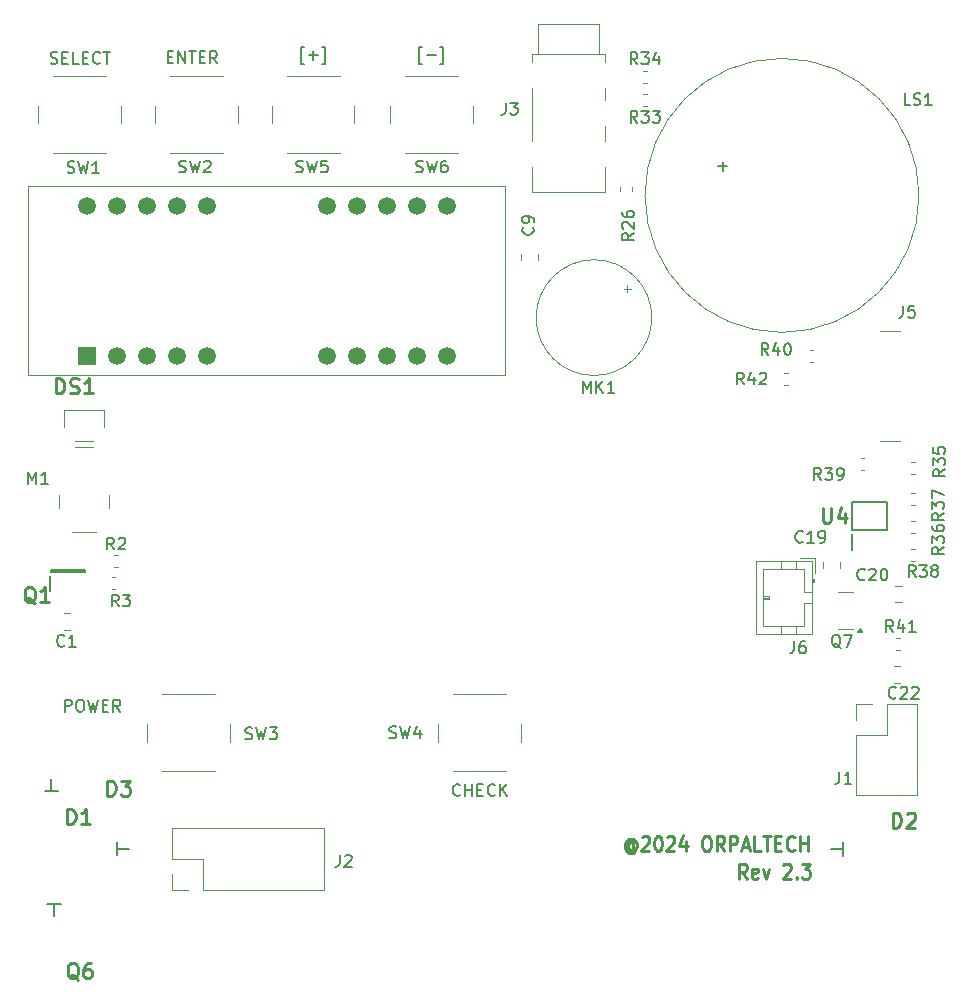
<source format=gbr>
G04 #@! TF.GenerationSoftware,KiCad,Pcbnew,8.0.6-8.0.6-0~ubuntu22.04.1*
G04 #@! TF.CreationDate,2024-11-29T16:11:16+03:00*
G04 #@! TF.ProjectId,Dreamstalker-PRO-v2,44726561-6d73-4746-916c-6b65722d5052,2.3*
G04 #@! TF.SameCoordinates,Original*
G04 #@! TF.FileFunction,Legend,Top*
G04 #@! TF.FilePolarity,Positive*
%FSLAX46Y46*%
G04 Gerber Fmt 4.6, Leading zero omitted, Abs format (unit mm)*
G04 Created by KiCad (PCBNEW 8.0.6-8.0.6-0~ubuntu22.04.1) date 2024-11-29 16:11:16*
%MOMM*%
%LPD*%
G01*
G04 APERTURE LIST*
%ADD10C,0.250000*%
%ADD11C,0.150000*%
%ADD12C,0.254000*%
%ADD13C,0.180000*%
%ADD14C,0.120000*%
%ADD15C,0.200000*%
%ADD16C,0.100000*%
%ADD17R,1.500000X1.500000*%
%ADD18C,1.500000*%
G04 APERTURE END LIST*
D10*
X142024473Y-109958857D02*
X141971139Y-109896952D01*
X141971139Y-109896952D02*
X141864473Y-109835047D01*
X141864473Y-109835047D02*
X141757806Y-109835047D01*
X141757806Y-109835047D02*
X141651139Y-109896952D01*
X141651139Y-109896952D02*
X141597806Y-109958857D01*
X141597806Y-109958857D02*
X141544473Y-110082666D01*
X141544473Y-110082666D02*
X141544473Y-110206476D01*
X141544473Y-110206476D02*
X141597806Y-110330285D01*
X141597806Y-110330285D02*
X141651139Y-110392190D01*
X141651139Y-110392190D02*
X141757806Y-110454095D01*
X141757806Y-110454095D02*
X141864473Y-110454095D01*
X141864473Y-110454095D02*
X141971139Y-110392190D01*
X141971139Y-110392190D02*
X142024473Y-110330285D01*
X142024473Y-109835047D02*
X142024473Y-110330285D01*
X142024473Y-110330285D02*
X142077806Y-110392190D01*
X142077806Y-110392190D02*
X142131139Y-110392190D01*
X142131139Y-110392190D02*
X142237806Y-110330285D01*
X142237806Y-110330285D02*
X142291139Y-110206476D01*
X142291139Y-110206476D02*
X142291139Y-109896952D01*
X142291139Y-109896952D02*
X142184473Y-109711238D01*
X142184473Y-109711238D02*
X142024473Y-109587428D01*
X142024473Y-109587428D02*
X141811139Y-109525523D01*
X141811139Y-109525523D02*
X141597806Y-109587428D01*
X141597806Y-109587428D02*
X141437806Y-109711238D01*
X141437806Y-109711238D02*
X141331139Y-109896952D01*
X141331139Y-109896952D02*
X141277806Y-110144571D01*
X141277806Y-110144571D02*
X141331139Y-110392190D01*
X141331139Y-110392190D02*
X141437806Y-110577904D01*
X141437806Y-110577904D02*
X141597806Y-110701714D01*
X141597806Y-110701714D02*
X141811139Y-110763619D01*
X141811139Y-110763619D02*
X142024473Y-110701714D01*
X142024473Y-110701714D02*
X142184473Y-110577904D01*
X142717806Y-109401714D02*
X142771139Y-109339809D01*
X142771139Y-109339809D02*
X142877806Y-109277904D01*
X142877806Y-109277904D02*
X143144473Y-109277904D01*
X143144473Y-109277904D02*
X143251139Y-109339809D01*
X143251139Y-109339809D02*
X143304473Y-109401714D01*
X143304473Y-109401714D02*
X143357806Y-109525523D01*
X143357806Y-109525523D02*
X143357806Y-109649333D01*
X143357806Y-109649333D02*
X143304473Y-109835047D01*
X143304473Y-109835047D02*
X142664473Y-110577904D01*
X142664473Y-110577904D02*
X143357806Y-110577904D01*
X144051140Y-109277904D02*
X144157806Y-109277904D01*
X144157806Y-109277904D02*
X144264473Y-109339809D01*
X144264473Y-109339809D02*
X144317806Y-109401714D01*
X144317806Y-109401714D02*
X144371140Y-109525523D01*
X144371140Y-109525523D02*
X144424473Y-109773142D01*
X144424473Y-109773142D02*
X144424473Y-110082666D01*
X144424473Y-110082666D02*
X144371140Y-110330285D01*
X144371140Y-110330285D02*
X144317806Y-110454095D01*
X144317806Y-110454095D02*
X144264473Y-110516000D01*
X144264473Y-110516000D02*
X144157806Y-110577904D01*
X144157806Y-110577904D02*
X144051140Y-110577904D01*
X144051140Y-110577904D02*
X143944473Y-110516000D01*
X143944473Y-110516000D02*
X143891140Y-110454095D01*
X143891140Y-110454095D02*
X143837806Y-110330285D01*
X143837806Y-110330285D02*
X143784473Y-110082666D01*
X143784473Y-110082666D02*
X143784473Y-109773142D01*
X143784473Y-109773142D02*
X143837806Y-109525523D01*
X143837806Y-109525523D02*
X143891140Y-109401714D01*
X143891140Y-109401714D02*
X143944473Y-109339809D01*
X143944473Y-109339809D02*
X144051140Y-109277904D01*
X144851140Y-109401714D02*
X144904473Y-109339809D01*
X144904473Y-109339809D02*
X145011140Y-109277904D01*
X145011140Y-109277904D02*
X145277807Y-109277904D01*
X145277807Y-109277904D02*
X145384473Y-109339809D01*
X145384473Y-109339809D02*
X145437807Y-109401714D01*
X145437807Y-109401714D02*
X145491140Y-109525523D01*
X145491140Y-109525523D02*
X145491140Y-109649333D01*
X145491140Y-109649333D02*
X145437807Y-109835047D01*
X145437807Y-109835047D02*
X144797807Y-110577904D01*
X144797807Y-110577904D02*
X145491140Y-110577904D01*
X146451140Y-109711238D02*
X146451140Y-110577904D01*
X146184474Y-109216000D02*
X145917807Y-110144571D01*
X145917807Y-110144571D02*
X146611140Y-110144571D01*
X148104474Y-109277904D02*
X148317807Y-109277904D01*
X148317807Y-109277904D02*
X148424474Y-109339809D01*
X148424474Y-109339809D02*
X148531140Y-109463619D01*
X148531140Y-109463619D02*
X148584474Y-109711238D01*
X148584474Y-109711238D02*
X148584474Y-110144571D01*
X148584474Y-110144571D02*
X148531140Y-110392190D01*
X148531140Y-110392190D02*
X148424474Y-110516000D01*
X148424474Y-110516000D02*
X148317807Y-110577904D01*
X148317807Y-110577904D02*
X148104474Y-110577904D01*
X148104474Y-110577904D02*
X147997807Y-110516000D01*
X147997807Y-110516000D02*
X147891140Y-110392190D01*
X147891140Y-110392190D02*
X147837807Y-110144571D01*
X147837807Y-110144571D02*
X147837807Y-109711238D01*
X147837807Y-109711238D02*
X147891140Y-109463619D01*
X147891140Y-109463619D02*
X147997807Y-109339809D01*
X147997807Y-109339809D02*
X148104474Y-109277904D01*
X149704473Y-110577904D02*
X149331140Y-109958857D01*
X149064473Y-110577904D02*
X149064473Y-109277904D01*
X149064473Y-109277904D02*
X149491140Y-109277904D01*
X149491140Y-109277904D02*
X149597807Y-109339809D01*
X149597807Y-109339809D02*
X149651140Y-109401714D01*
X149651140Y-109401714D02*
X149704473Y-109525523D01*
X149704473Y-109525523D02*
X149704473Y-109711238D01*
X149704473Y-109711238D02*
X149651140Y-109835047D01*
X149651140Y-109835047D02*
X149597807Y-109896952D01*
X149597807Y-109896952D02*
X149491140Y-109958857D01*
X149491140Y-109958857D02*
X149064473Y-109958857D01*
X150184473Y-110577904D02*
X150184473Y-109277904D01*
X150184473Y-109277904D02*
X150611140Y-109277904D01*
X150611140Y-109277904D02*
X150717807Y-109339809D01*
X150717807Y-109339809D02*
X150771140Y-109401714D01*
X150771140Y-109401714D02*
X150824473Y-109525523D01*
X150824473Y-109525523D02*
X150824473Y-109711238D01*
X150824473Y-109711238D02*
X150771140Y-109835047D01*
X150771140Y-109835047D02*
X150717807Y-109896952D01*
X150717807Y-109896952D02*
X150611140Y-109958857D01*
X150611140Y-109958857D02*
X150184473Y-109958857D01*
X151251140Y-110206476D02*
X151784473Y-110206476D01*
X151144473Y-110577904D02*
X151517807Y-109277904D01*
X151517807Y-109277904D02*
X151891140Y-110577904D01*
X152797807Y-110577904D02*
X152264473Y-110577904D01*
X152264473Y-110577904D02*
X152264473Y-109277904D01*
X153011140Y-109277904D02*
X153651140Y-109277904D01*
X153331140Y-110577904D02*
X153331140Y-109277904D01*
X154024473Y-109896952D02*
X154397807Y-109896952D01*
X154557807Y-110577904D02*
X154024473Y-110577904D01*
X154024473Y-110577904D02*
X154024473Y-109277904D01*
X154024473Y-109277904D02*
X154557807Y-109277904D01*
X155677806Y-110454095D02*
X155624473Y-110516000D01*
X155624473Y-110516000D02*
X155464473Y-110577904D01*
X155464473Y-110577904D02*
X155357806Y-110577904D01*
X155357806Y-110577904D02*
X155197806Y-110516000D01*
X155197806Y-110516000D02*
X155091140Y-110392190D01*
X155091140Y-110392190D02*
X155037806Y-110268380D01*
X155037806Y-110268380D02*
X154984473Y-110020761D01*
X154984473Y-110020761D02*
X154984473Y-109835047D01*
X154984473Y-109835047D02*
X155037806Y-109587428D01*
X155037806Y-109587428D02*
X155091140Y-109463619D01*
X155091140Y-109463619D02*
X155197806Y-109339809D01*
X155197806Y-109339809D02*
X155357806Y-109277904D01*
X155357806Y-109277904D02*
X155464473Y-109277904D01*
X155464473Y-109277904D02*
X155624473Y-109339809D01*
X155624473Y-109339809D02*
X155677806Y-109401714D01*
X156157806Y-110577904D02*
X156157806Y-109277904D01*
X156157806Y-109896952D02*
X156797806Y-109896952D01*
X156797806Y-110577904D02*
X156797806Y-109277904D01*
X151621139Y-112927904D02*
X151247806Y-112308857D01*
X150981139Y-112927904D02*
X150981139Y-111627904D01*
X150981139Y-111627904D02*
X151407806Y-111627904D01*
X151407806Y-111627904D02*
X151514473Y-111689809D01*
X151514473Y-111689809D02*
X151567806Y-111751714D01*
X151567806Y-111751714D02*
X151621139Y-111875523D01*
X151621139Y-111875523D02*
X151621139Y-112061238D01*
X151621139Y-112061238D02*
X151567806Y-112185047D01*
X151567806Y-112185047D02*
X151514473Y-112246952D01*
X151514473Y-112246952D02*
X151407806Y-112308857D01*
X151407806Y-112308857D02*
X150981139Y-112308857D01*
X152527806Y-112866000D02*
X152421139Y-112927904D01*
X152421139Y-112927904D02*
X152207806Y-112927904D01*
X152207806Y-112927904D02*
X152101139Y-112866000D01*
X152101139Y-112866000D02*
X152047806Y-112742190D01*
X152047806Y-112742190D02*
X152047806Y-112246952D01*
X152047806Y-112246952D02*
X152101139Y-112123142D01*
X152101139Y-112123142D02*
X152207806Y-112061238D01*
X152207806Y-112061238D02*
X152421139Y-112061238D01*
X152421139Y-112061238D02*
X152527806Y-112123142D01*
X152527806Y-112123142D02*
X152581139Y-112246952D01*
X152581139Y-112246952D02*
X152581139Y-112370761D01*
X152581139Y-112370761D02*
X152047806Y-112494571D01*
X152954473Y-112061238D02*
X153221139Y-112927904D01*
X153221139Y-112927904D02*
X153487806Y-112061238D01*
X154714472Y-111751714D02*
X154767805Y-111689809D01*
X154767805Y-111689809D02*
X154874472Y-111627904D01*
X154874472Y-111627904D02*
X155141139Y-111627904D01*
X155141139Y-111627904D02*
X155247805Y-111689809D01*
X155247805Y-111689809D02*
X155301139Y-111751714D01*
X155301139Y-111751714D02*
X155354472Y-111875523D01*
X155354472Y-111875523D02*
X155354472Y-111999333D01*
X155354472Y-111999333D02*
X155301139Y-112185047D01*
X155301139Y-112185047D02*
X154661139Y-112927904D01*
X154661139Y-112927904D02*
X155354472Y-112927904D01*
X155834472Y-112804095D02*
X155887806Y-112866000D01*
X155887806Y-112866000D02*
X155834472Y-112927904D01*
X155834472Y-112927904D02*
X155781139Y-112866000D01*
X155781139Y-112866000D02*
X155834472Y-112804095D01*
X155834472Y-112804095D02*
X155834472Y-112927904D01*
X156261139Y-111627904D02*
X156954472Y-111627904D01*
X156954472Y-111627904D02*
X156581139Y-112123142D01*
X156581139Y-112123142D02*
X156741139Y-112123142D01*
X156741139Y-112123142D02*
X156847805Y-112185047D01*
X156847805Y-112185047D02*
X156901139Y-112246952D01*
X156901139Y-112246952D02*
X156954472Y-112370761D01*
X156954472Y-112370761D02*
X156954472Y-112680285D01*
X156954472Y-112680285D02*
X156901139Y-112804095D01*
X156901139Y-112804095D02*
X156847805Y-112866000D01*
X156847805Y-112866000D02*
X156741139Y-112927904D01*
X156741139Y-112927904D02*
X156421139Y-112927904D01*
X156421139Y-112927904D02*
X156314472Y-112866000D01*
X156314472Y-112866000D02*
X156261139Y-112804095D01*
D11*
X109166667Y-101057200D02*
X109309524Y-101104819D01*
X109309524Y-101104819D02*
X109547619Y-101104819D01*
X109547619Y-101104819D02*
X109642857Y-101057200D01*
X109642857Y-101057200D02*
X109690476Y-101009580D01*
X109690476Y-101009580D02*
X109738095Y-100914342D01*
X109738095Y-100914342D02*
X109738095Y-100819104D01*
X109738095Y-100819104D02*
X109690476Y-100723866D01*
X109690476Y-100723866D02*
X109642857Y-100676247D01*
X109642857Y-100676247D02*
X109547619Y-100628628D01*
X109547619Y-100628628D02*
X109357143Y-100581009D01*
X109357143Y-100581009D02*
X109261905Y-100533390D01*
X109261905Y-100533390D02*
X109214286Y-100485771D01*
X109214286Y-100485771D02*
X109166667Y-100390533D01*
X109166667Y-100390533D02*
X109166667Y-100295295D01*
X109166667Y-100295295D02*
X109214286Y-100200057D01*
X109214286Y-100200057D02*
X109261905Y-100152438D01*
X109261905Y-100152438D02*
X109357143Y-100104819D01*
X109357143Y-100104819D02*
X109595238Y-100104819D01*
X109595238Y-100104819D02*
X109738095Y-100152438D01*
X110071429Y-100104819D02*
X110309524Y-101104819D01*
X110309524Y-101104819D02*
X110500000Y-100390533D01*
X110500000Y-100390533D02*
X110690476Y-101104819D01*
X110690476Y-101104819D02*
X110928572Y-100104819D01*
X111214286Y-100104819D02*
X111833333Y-100104819D01*
X111833333Y-100104819D02*
X111500000Y-100485771D01*
X111500000Y-100485771D02*
X111642857Y-100485771D01*
X111642857Y-100485771D02*
X111738095Y-100533390D01*
X111738095Y-100533390D02*
X111785714Y-100581009D01*
X111785714Y-100581009D02*
X111833333Y-100676247D01*
X111833333Y-100676247D02*
X111833333Y-100914342D01*
X111833333Y-100914342D02*
X111785714Y-101009580D01*
X111785714Y-101009580D02*
X111738095Y-101057200D01*
X111738095Y-101057200D02*
X111642857Y-101104819D01*
X111642857Y-101104819D02*
X111357143Y-101104819D01*
X111357143Y-101104819D02*
X111261905Y-101057200D01*
X111261905Y-101057200D02*
X111214286Y-101009580D01*
X93890476Y-98754819D02*
X93890476Y-97754819D01*
X93890476Y-97754819D02*
X94271428Y-97754819D01*
X94271428Y-97754819D02*
X94366666Y-97802438D01*
X94366666Y-97802438D02*
X94414285Y-97850057D01*
X94414285Y-97850057D02*
X94461904Y-97945295D01*
X94461904Y-97945295D02*
X94461904Y-98088152D01*
X94461904Y-98088152D02*
X94414285Y-98183390D01*
X94414285Y-98183390D02*
X94366666Y-98231009D01*
X94366666Y-98231009D02*
X94271428Y-98278628D01*
X94271428Y-98278628D02*
X93890476Y-98278628D01*
X95080952Y-97754819D02*
X95271428Y-97754819D01*
X95271428Y-97754819D02*
X95366666Y-97802438D01*
X95366666Y-97802438D02*
X95461904Y-97897676D01*
X95461904Y-97897676D02*
X95509523Y-98088152D01*
X95509523Y-98088152D02*
X95509523Y-98421485D01*
X95509523Y-98421485D02*
X95461904Y-98611961D01*
X95461904Y-98611961D02*
X95366666Y-98707200D01*
X95366666Y-98707200D02*
X95271428Y-98754819D01*
X95271428Y-98754819D02*
X95080952Y-98754819D01*
X95080952Y-98754819D02*
X94985714Y-98707200D01*
X94985714Y-98707200D02*
X94890476Y-98611961D01*
X94890476Y-98611961D02*
X94842857Y-98421485D01*
X94842857Y-98421485D02*
X94842857Y-98088152D01*
X94842857Y-98088152D02*
X94890476Y-97897676D01*
X94890476Y-97897676D02*
X94985714Y-97802438D01*
X94985714Y-97802438D02*
X95080952Y-97754819D01*
X95842857Y-97754819D02*
X96080952Y-98754819D01*
X96080952Y-98754819D02*
X96271428Y-98040533D01*
X96271428Y-98040533D02*
X96461904Y-98754819D01*
X96461904Y-98754819D02*
X96700000Y-97754819D01*
X97080952Y-98231009D02*
X97414285Y-98231009D01*
X97557142Y-98754819D02*
X97080952Y-98754819D01*
X97080952Y-98754819D02*
X97080952Y-97754819D01*
X97080952Y-97754819D02*
X97557142Y-97754819D01*
X98557142Y-98754819D02*
X98223809Y-98278628D01*
X97985714Y-98754819D02*
X97985714Y-97754819D01*
X97985714Y-97754819D02*
X98366666Y-97754819D01*
X98366666Y-97754819D02*
X98461904Y-97802438D01*
X98461904Y-97802438D02*
X98509523Y-97850057D01*
X98509523Y-97850057D02*
X98557142Y-97945295D01*
X98557142Y-97945295D02*
X98557142Y-98088152D01*
X98557142Y-98088152D02*
X98509523Y-98183390D01*
X98509523Y-98183390D02*
X98461904Y-98231009D01*
X98461904Y-98231009D02*
X98366666Y-98278628D01*
X98366666Y-98278628D02*
X97985714Y-98278628D01*
X121366667Y-100957200D02*
X121509524Y-101004819D01*
X121509524Y-101004819D02*
X121747619Y-101004819D01*
X121747619Y-101004819D02*
X121842857Y-100957200D01*
X121842857Y-100957200D02*
X121890476Y-100909580D01*
X121890476Y-100909580D02*
X121938095Y-100814342D01*
X121938095Y-100814342D02*
X121938095Y-100719104D01*
X121938095Y-100719104D02*
X121890476Y-100623866D01*
X121890476Y-100623866D02*
X121842857Y-100576247D01*
X121842857Y-100576247D02*
X121747619Y-100528628D01*
X121747619Y-100528628D02*
X121557143Y-100481009D01*
X121557143Y-100481009D02*
X121461905Y-100433390D01*
X121461905Y-100433390D02*
X121414286Y-100385771D01*
X121414286Y-100385771D02*
X121366667Y-100290533D01*
X121366667Y-100290533D02*
X121366667Y-100195295D01*
X121366667Y-100195295D02*
X121414286Y-100100057D01*
X121414286Y-100100057D02*
X121461905Y-100052438D01*
X121461905Y-100052438D02*
X121557143Y-100004819D01*
X121557143Y-100004819D02*
X121795238Y-100004819D01*
X121795238Y-100004819D02*
X121938095Y-100052438D01*
X122271429Y-100004819D02*
X122509524Y-101004819D01*
X122509524Y-101004819D02*
X122700000Y-100290533D01*
X122700000Y-100290533D02*
X122890476Y-101004819D01*
X122890476Y-101004819D02*
X123128572Y-100004819D01*
X123938095Y-100338152D02*
X123938095Y-101004819D01*
X123700000Y-99957200D02*
X123461905Y-100671485D01*
X123461905Y-100671485D02*
X124080952Y-100671485D01*
X127333333Y-105809580D02*
X127285714Y-105857200D01*
X127285714Y-105857200D02*
X127142857Y-105904819D01*
X127142857Y-105904819D02*
X127047619Y-105904819D01*
X127047619Y-105904819D02*
X126904762Y-105857200D01*
X126904762Y-105857200D02*
X126809524Y-105761961D01*
X126809524Y-105761961D02*
X126761905Y-105666723D01*
X126761905Y-105666723D02*
X126714286Y-105476247D01*
X126714286Y-105476247D02*
X126714286Y-105333390D01*
X126714286Y-105333390D02*
X126761905Y-105142914D01*
X126761905Y-105142914D02*
X126809524Y-105047676D01*
X126809524Y-105047676D02*
X126904762Y-104952438D01*
X126904762Y-104952438D02*
X127047619Y-104904819D01*
X127047619Y-104904819D02*
X127142857Y-104904819D01*
X127142857Y-104904819D02*
X127285714Y-104952438D01*
X127285714Y-104952438D02*
X127333333Y-105000057D01*
X127761905Y-105904819D02*
X127761905Y-104904819D01*
X127761905Y-105381009D02*
X128333333Y-105381009D01*
X128333333Y-105904819D02*
X128333333Y-104904819D01*
X128809524Y-105381009D02*
X129142857Y-105381009D01*
X129285714Y-105904819D02*
X128809524Y-105904819D01*
X128809524Y-105904819D02*
X128809524Y-104904819D01*
X128809524Y-104904819D02*
X129285714Y-104904819D01*
X130285714Y-105809580D02*
X130238095Y-105857200D01*
X130238095Y-105857200D02*
X130095238Y-105904819D01*
X130095238Y-105904819D02*
X130000000Y-105904819D01*
X130000000Y-105904819D02*
X129857143Y-105857200D01*
X129857143Y-105857200D02*
X129761905Y-105761961D01*
X129761905Y-105761961D02*
X129714286Y-105666723D01*
X129714286Y-105666723D02*
X129666667Y-105476247D01*
X129666667Y-105476247D02*
X129666667Y-105333390D01*
X129666667Y-105333390D02*
X129714286Y-105142914D01*
X129714286Y-105142914D02*
X129761905Y-105047676D01*
X129761905Y-105047676D02*
X129857143Y-104952438D01*
X129857143Y-104952438D02*
X130000000Y-104904819D01*
X130000000Y-104904819D02*
X130095238Y-104904819D01*
X130095238Y-104904819D02*
X130238095Y-104952438D01*
X130238095Y-104952438D02*
X130285714Y-105000057D01*
X130714286Y-105904819D02*
X130714286Y-104904819D01*
X131285714Y-105904819D02*
X130857143Y-105333390D01*
X131285714Y-104904819D02*
X130714286Y-105476247D01*
D12*
X91379047Y-89595270D02*
X91258095Y-89534794D01*
X91258095Y-89534794D02*
X91137142Y-89413842D01*
X91137142Y-89413842D02*
X90955714Y-89232413D01*
X90955714Y-89232413D02*
X90834761Y-89171937D01*
X90834761Y-89171937D02*
X90713809Y-89171937D01*
X90774285Y-89474318D02*
X90653333Y-89413842D01*
X90653333Y-89413842D02*
X90532380Y-89292889D01*
X90532380Y-89292889D02*
X90471904Y-89050984D01*
X90471904Y-89050984D02*
X90471904Y-88627651D01*
X90471904Y-88627651D02*
X90532380Y-88385746D01*
X90532380Y-88385746D02*
X90653333Y-88264794D01*
X90653333Y-88264794D02*
X90774285Y-88204318D01*
X90774285Y-88204318D02*
X91016190Y-88204318D01*
X91016190Y-88204318D02*
X91137142Y-88264794D01*
X91137142Y-88264794D02*
X91258095Y-88385746D01*
X91258095Y-88385746D02*
X91318571Y-88627651D01*
X91318571Y-88627651D02*
X91318571Y-89050984D01*
X91318571Y-89050984D02*
X91258095Y-89292889D01*
X91258095Y-89292889D02*
X91137142Y-89413842D01*
X91137142Y-89413842D02*
X91016190Y-89474318D01*
X91016190Y-89474318D02*
X90774285Y-89474318D01*
X92528095Y-89474318D02*
X91802380Y-89474318D01*
X92165237Y-89474318D02*
X92165237Y-88204318D01*
X92165237Y-88204318D02*
X92044285Y-88385746D01*
X92044285Y-88385746D02*
X91923333Y-88506699D01*
X91923333Y-88506699D02*
X91802380Y-88567175D01*
D11*
X98433333Y-89854819D02*
X98100000Y-89378628D01*
X97861905Y-89854819D02*
X97861905Y-88854819D01*
X97861905Y-88854819D02*
X98242857Y-88854819D01*
X98242857Y-88854819D02*
X98338095Y-88902438D01*
X98338095Y-88902438D02*
X98385714Y-88950057D01*
X98385714Y-88950057D02*
X98433333Y-89045295D01*
X98433333Y-89045295D02*
X98433333Y-89188152D01*
X98433333Y-89188152D02*
X98385714Y-89283390D01*
X98385714Y-89283390D02*
X98338095Y-89331009D01*
X98338095Y-89331009D02*
X98242857Y-89378628D01*
X98242857Y-89378628D02*
X97861905Y-89378628D01*
X98766667Y-88854819D02*
X99385714Y-88854819D01*
X99385714Y-88854819D02*
X99052381Y-89235771D01*
X99052381Y-89235771D02*
X99195238Y-89235771D01*
X99195238Y-89235771D02*
X99290476Y-89283390D01*
X99290476Y-89283390D02*
X99338095Y-89331009D01*
X99338095Y-89331009D02*
X99385714Y-89426247D01*
X99385714Y-89426247D02*
X99385714Y-89664342D01*
X99385714Y-89664342D02*
X99338095Y-89759580D01*
X99338095Y-89759580D02*
X99290476Y-89807200D01*
X99290476Y-89807200D02*
X99195238Y-89854819D01*
X99195238Y-89854819D02*
X98909524Y-89854819D01*
X98909524Y-89854819D02*
X98814286Y-89807200D01*
X98814286Y-89807200D02*
X98766667Y-89759580D01*
X133489580Y-57754166D02*
X133537200Y-57801785D01*
X133537200Y-57801785D02*
X133584819Y-57944642D01*
X133584819Y-57944642D02*
X133584819Y-58039880D01*
X133584819Y-58039880D02*
X133537200Y-58182737D01*
X133537200Y-58182737D02*
X133441961Y-58277975D01*
X133441961Y-58277975D02*
X133346723Y-58325594D01*
X133346723Y-58325594D02*
X133156247Y-58373213D01*
X133156247Y-58373213D02*
X133013390Y-58373213D01*
X133013390Y-58373213D02*
X132822914Y-58325594D01*
X132822914Y-58325594D02*
X132727676Y-58277975D01*
X132727676Y-58277975D02*
X132632438Y-58182737D01*
X132632438Y-58182737D02*
X132584819Y-58039880D01*
X132584819Y-58039880D02*
X132584819Y-57944642D01*
X132584819Y-57944642D02*
X132632438Y-57801785D01*
X132632438Y-57801785D02*
X132680057Y-57754166D01*
X133584819Y-57277975D02*
X133584819Y-57087499D01*
X133584819Y-57087499D02*
X133537200Y-56992261D01*
X133537200Y-56992261D02*
X133489580Y-56944642D01*
X133489580Y-56944642D02*
X133346723Y-56849404D01*
X133346723Y-56849404D02*
X133156247Y-56801785D01*
X133156247Y-56801785D02*
X132775295Y-56801785D01*
X132775295Y-56801785D02*
X132680057Y-56849404D01*
X132680057Y-56849404D02*
X132632438Y-56897023D01*
X132632438Y-56897023D02*
X132584819Y-56992261D01*
X132584819Y-56992261D02*
X132584819Y-57182737D01*
X132584819Y-57182737D02*
X132632438Y-57277975D01*
X132632438Y-57277975D02*
X132680057Y-57325594D01*
X132680057Y-57325594D02*
X132775295Y-57373213D01*
X132775295Y-57373213D02*
X133013390Y-57373213D01*
X133013390Y-57373213D02*
X133108628Y-57325594D01*
X133108628Y-57325594D02*
X133156247Y-57277975D01*
X133156247Y-57277975D02*
X133203866Y-57182737D01*
X133203866Y-57182737D02*
X133203866Y-56992261D01*
X133203866Y-56992261D02*
X133156247Y-56897023D01*
X133156247Y-56897023D02*
X133108628Y-56849404D01*
X133108628Y-56849404D02*
X133013390Y-56801785D01*
X93833333Y-93159580D02*
X93785714Y-93207200D01*
X93785714Y-93207200D02*
X93642857Y-93254819D01*
X93642857Y-93254819D02*
X93547619Y-93254819D01*
X93547619Y-93254819D02*
X93404762Y-93207200D01*
X93404762Y-93207200D02*
X93309524Y-93111961D01*
X93309524Y-93111961D02*
X93261905Y-93016723D01*
X93261905Y-93016723D02*
X93214286Y-92826247D01*
X93214286Y-92826247D02*
X93214286Y-92683390D01*
X93214286Y-92683390D02*
X93261905Y-92492914D01*
X93261905Y-92492914D02*
X93309524Y-92397676D01*
X93309524Y-92397676D02*
X93404762Y-92302438D01*
X93404762Y-92302438D02*
X93547619Y-92254819D01*
X93547619Y-92254819D02*
X93642857Y-92254819D01*
X93642857Y-92254819D02*
X93785714Y-92302438D01*
X93785714Y-92302438D02*
X93833333Y-92350057D01*
X94785714Y-93254819D02*
X94214286Y-93254819D01*
X94500000Y-93254819D02*
X94500000Y-92254819D01*
X94500000Y-92254819D02*
X94404762Y-92397676D01*
X94404762Y-92397676D02*
X94309524Y-92492914D01*
X94309524Y-92492914D02*
X94214286Y-92540533D01*
D12*
X93107856Y-71824318D02*
X93107856Y-70554318D01*
X93107856Y-70554318D02*
X93410237Y-70554318D01*
X93410237Y-70554318D02*
X93591666Y-70614794D01*
X93591666Y-70614794D02*
X93712618Y-70735746D01*
X93712618Y-70735746D02*
X93773095Y-70856699D01*
X93773095Y-70856699D02*
X93833571Y-71098603D01*
X93833571Y-71098603D02*
X93833571Y-71280032D01*
X93833571Y-71280032D02*
X93773095Y-71521937D01*
X93773095Y-71521937D02*
X93712618Y-71642889D01*
X93712618Y-71642889D02*
X93591666Y-71763842D01*
X93591666Y-71763842D02*
X93410237Y-71824318D01*
X93410237Y-71824318D02*
X93107856Y-71824318D01*
X94317380Y-71763842D02*
X94498809Y-71824318D01*
X94498809Y-71824318D02*
X94801190Y-71824318D01*
X94801190Y-71824318D02*
X94922142Y-71763842D01*
X94922142Y-71763842D02*
X94982618Y-71703365D01*
X94982618Y-71703365D02*
X95043095Y-71582413D01*
X95043095Y-71582413D02*
X95043095Y-71461461D01*
X95043095Y-71461461D02*
X94982618Y-71340508D01*
X94982618Y-71340508D02*
X94922142Y-71280032D01*
X94922142Y-71280032D02*
X94801190Y-71219556D01*
X94801190Y-71219556D02*
X94559285Y-71159080D01*
X94559285Y-71159080D02*
X94438333Y-71098603D01*
X94438333Y-71098603D02*
X94377856Y-71038127D01*
X94377856Y-71038127D02*
X94317380Y-70917175D01*
X94317380Y-70917175D02*
X94317380Y-70796222D01*
X94317380Y-70796222D02*
X94377856Y-70675270D01*
X94377856Y-70675270D02*
X94438333Y-70614794D01*
X94438333Y-70614794D02*
X94559285Y-70554318D01*
X94559285Y-70554318D02*
X94861666Y-70554318D01*
X94861666Y-70554318D02*
X95043095Y-70614794D01*
X96252619Y-71824318D02*
X95526904Y-71824318D01*
X95889761Y-71824318D02*
X95889761Y-70554318D01*
X95889761Y-70554318D02*
X95768809Y-70735746D01*
X95768809Y-70735746D02*
X95647857Y-70856699D01*
X95647857Y-70856699D02*
X95526904Y-70917175D01*
D11*
X165457142Y-47404819D02*
X164980952Y-47404819D01*
X164980952Y-47404819D02*
X164980952Y-46404819D01*
X165742857Y-47357200D02*
X165885714Y-47404819D01*
X165885714Y-47404819D02*
X166123809Y-47404819D01*
X166123809Y-47404819D02*
X166219047Y-47357200D01*
X166219047Y-47357200D02*
X166266666Y-47309580D01*
X166266666Y-47309580D02*
X166314285Y-47214342D01*
X166314285Y-47214342D02*
X166314285Y-47119104D01*
X166314285Y-47119104D02*
X166266666Y-47023866D01*
X166266666Y-47023866D02*
X166219047Y-46976247D01*
X166219047Y-46976247D02*
X166123809Y-46928628D01*
X166123809Y-46928628D02*
X165933333Y-46881009D01*
X165933333Y-46881009D02*
X165838095Y-46833390D01*
X165838095Y-46833390D02*
X165790476Y-46785771D01*
X165790476Y-46785771D02*
X165742857Y-46690533D01*
X165742857Y-46690533D02*
X165742857Y-46595295D01*
X165742857Y-46595295D02*
X165790476Y-46500057D01*
X165790476Y-46500057D02*
X165838095Y-46452438D01*
X165838095Y-46452438D02*
X165933333Y-46404819D01*
X165933333Y-46404819D02*
X166171428Y-46404819D01*
X166171428Y-46404819D02*
X166314285Y-46452438D01*
X167266666Y-47404819D02*
X166695238Y-47404819D01*
X166980952Y-47404819D02*
X166980952Y-46404819D01*
X166980952Y-46404819D02*
X166885714Y-46547676D01*
X166885714Y-46547676D02*
X166790476Y-46642914D01*
X166790476Y-46642914D02*
X166695238Y-46690533D01*
X149209048Y-52583866D02*
X149970953Y-52583866D01*
X149590000Y-52964819D02*
X149590000Y-52202914D01*
X90790476Y-79454819D02*
X90790476Y-78454819D01*
X90790476Y-78454819D02*
X91123809Y-79169104D01*
X91123809Y-79169104D02*
X91457142Y-78454819D01*
X91457142Y-78454819D02*
X91457142Y-79454819D01*
X92457142Y-79454819D02*
X91885714Y-79454819D01*
X92171428Y-79454819D02*
X92171428Y-78454819D01*
X92171428Y-78454819D02*
X92076190Y-78597676D01*
X92076190Y-78597676D02*
X91980952Y-78692914D01*
X91980952Y-78692914D02*
X91885714Y-78740533D01*
D12*
X163962618Y-108574318D02*
X163962618Y-107304318D01*
X163962618Y-107304318D02*
X164264999Y-107304318D01*
X164264999Y-107304318D02*
X164446428Y-107364794D01*
X164446428Y-107364794D02*
X164567380Y-107485746D01*
X164567380Y-107485746D02*
X164627857Y-107606699D01*
X164627857Y-107606699D02*
X164688333Y-107848603D01*
X164688333Y-107848603D02*
X164688333Y-108030032D01*
X164688333Y-108030032D02*
X164627857Y-108271937D01*
X164627857Y-108271937D02*
X164567380Y-108392889D01*
X164567380Y-108392889D02*
X164446428Y-108513842D01*
X164446428Y-108513842D02*
X164264999Y-108574318D01*
X164264999Y-108574318D02*
X163962618Y-108574318D01*
X165172142Y-107425270D02*
X165232618Y-107364794D01*
X165232618Y-107364794D02*
X165353571Y-107304318D01*
X165353571Y-107304318D02*
X165655952Y-107304318D01*
X165655952Y-107304318D02*
X165776904Y-107364794D01*
X165776904Y-107364794D02*
X165837380Y-107425270D01*
X165837380Y-107425270D02*
X165897857Y-107546222D01*
X165897857Y-107546222D02*
X165897857Y-107667175D01*
X165897857Y-107667175D02*
X165837380Y-107848603D01*
X165837380Y-107848603D02*
X165111666Y-108574318D01*
X165111666Y-108574318D02*
X165897857Y-108574318D01*
D13*
X159746740Y-109828571D02*
X159746740Y-110971428D01*
X158746740Y-110399999D02*
X159746740Y-110399999D01*
D12*
X97462618Y-105874318D02*
X97462618Y-104604318D01*
X97462618Y-104604318D02*
X97764999Y-104604318D01*
X97764999Y-104604318D02*
X97946428Y-104664794D01*
X97946428Y-104664794D02*
X98067380Y-104785746D01*
X98067380Y-104785746D02*
X98127857Y-104906699D01*
X98127857Y-104906699D02*
X98188333Y-105148603D01*
X98188333Y-105148603D02*
X98188333Y-105330032D01*
X98188333Y-105330032D02*
X98127857Y-105571937D01*
X98127857Y-105571937D02*
X98067380Y-105692889D01*
X98067380Y-105692889D02*
X97946428Y-105813842D01*
X97946428Y-105813842D02*
X97764999Y-105874318D01*
X97764999Y-105874318D02*
X97462618Y-105874318D01*
X98611666Y-104604318D02*
X99397857Y-104604318D01*
X99397857Y-104604318D02*
X98974523Y-105088127D01*
X98974523Y-105088127D02*
X99155952Y-105088127D01*
X99155952Y-105088127D02*
X99276904Y-105148603D01*
X99276904Y-105148603D02*
X99337380Y-105209080D01*
X99337380Y-105209080D02*
X99397857Y-105330032D01*
X99397857Y-105330032D02*
X99397857Y-105632413D01*
X99397857Y-105632413D02*
X99337380Y-105753365D01*
X99337380Y-105753365D02*
X99276904Y-105813842D01*
X99276904Y-105813842D02*
X99155952Y-105874318D01*
X99155952Y-105874318D02*
X98793095Y-105874318D01*
X98793095Y-105874318D02*
X98672142Y-105813842D01*
X98672142Y-105813842D02*
X98611666Y-105753365D01*
D13*
X93321428Y-105496740D02*
X92178571Y-105496740D01*
X92750000Y-104496740D02*
X92750000Y-105496740D01*
D11*
X117166666Y-110904819D02*
X117166666Y-111619104D01*
X117166666Y-111619104D02*
X117119047Y-111761961D01*
X117119047Y-111761961D02*
X117023809Y-111857200D01*
X117023809Y-111857200D02*
X116880952Y-111904819D01*
X116880952Y-111904819D02*
X116785714Y-111904819D01*
X117595238Y-111000057D02*
X117642857Y-110952438D01*
X117642857Y-110952438D02*
X117738095Y-110904819D01*
X117738095Y-110904819D02*
X117976190Y-110904819D01*
X117976190Y-110904819D02*
X118071428Y-110952438D01*
X118071428Y-110952438D02*
X118119047Y-111000057D01*
X118119047Y-111000057D02*
X118166666Y-111095295D01*
X118166666Y-111095295D02*
X118166666Y-111190533D01*
X118166666Y-111190533D02*
X118119047Y-111333390D01*
X118119047Y-111333390D02*
X117547619Y-111904819D01*
X117547619Y-111904819D02*
X118166666Y-111904819D01*
X159466666Y-103854819D02*
X159466666Y-104569104D01*
X159466666Y-104569104D02*
X159419047Y-104711961D01*
X159419047Y-104711961D02*
X159323809Y-104807200D01*
X159323809Y-104807200D02*
X159180952Y-104854819D01*
X159180952Y-104854819D02*
X159085714Y-104854819D01*
X160466666Y-104854819D02*
X159895238Y-104854819D01*
X160180952Y-104854819D02*
X160180952Y-103854819D01*
X160180952Y-103854819D02*
X160085714Y-103997676D01*
X160085714Y-103997676D02*
X159990476Y-104092914D01*
X159990476Y-104092914D02*
X159895238Y-104140533D01*
X131216666Y-47204819D02*
X131216666Y-47919104D01*
X131216666Y-47919104D02*
X131169047Y-48061961D01*
X131169047Y-48061961D02*
X131073809Y-48157200D01*
X131073809Y-48157200D02*
X130930952Y-48204819D01*
X130930952Y-48204819D02*
X130835714Y-48204819D01*
X131597619Y-47204819D02*
X132216666Y-47204819D01*
X132216666Y-47204819D02*
X131883333Y-47585771D01*
X131883333Y-47585771D02*
X132026190Y-47585771D01*
X132026190Y-47585771D02*
X132121428Y-47633390D01*
X132121428Y-47633390D02*
X132169047Y-47681009D01*
X132169047Y-47681009D02*
X132216666Y-47776247D01*
X132216666Y-47776247D02*
X132216666Y-48014342D01*
X132216666Y-48014342D02*
X132169047Y-48109580D01*
X132169047Y-48109580D02*
X132121428Y-48157200D01*
X132121428Y-48157200D02*
X132026190Y-48204819D01*
X132026190Y-48204819D02*
X131740476Y-48204819D01*
X131740476Y-48204819D02*
X131645238Y-48157200D01*
X131645238Y-48157200D02*
X131597619Y-48109580D01*
D12*
X95029047Y-121445270D02*
X94908095Y-121384794D01*
X94908095Y-121384794D02*
X94787142Y-121263842D01*
X94787142Y-121263842D02*
X94605714Y-121082413D01*
X94605714Y-121082413D02*
X94484761Y-121021937D01*
X94484761Y-121021937D02*
X94363809Y-121021937D01*
X94424285Y-121324318D02*
X94303333Y-121263842D01*
X94303333Y-121263842D02*
X94182380Y-121142889D01*
X94182380Y-121142889D02*
X94121904Y-120900984D01*
X94121904Y-120900984D02*
X94121904Y-120477651D01*
X94121904Y-120477651D02*
X94182380Y-120235746D01*
X94182380Y-120235746D02*
X94303333Y-120114794D01*
X94303333Y-120114794D02*
X94424285Y-120054318D01*
X94424285Y-120054318D02*
X94666190Y-120054318D01*
X94666190Y-120054318D02*
X94787142Y-120114794D01*
X94787142Y-120114794D02*
X94908095Y-120235746D01*
X94908095Y-120235746D02*
X94968571Y-120477651D01*
X94968571Y-120477651D02*
X94968571Y-120900984D01*
X94968571Y-120900984D02*
X94908095Y-121142889D01*
X94908095Y-121142889D02*
X94787142Y-121263842D01*
X94787142Y-121263842D02*
X94666190Y-121324318D01*
X94666190Y-121324318D02*
X94424285Y-121324318D01*
X96057142Y-120054318D02*
X95815237Y-120054318D01*
X95815237Y-120054318D02*
X95694285Y-120114794D01*
X95694285Y-120114794D02*
X95633809Y-120175270D01*
X95633809Y-120175270D02*
X95512856Y-120356699D01*
X95512856Y-120356699D02*
X95452380Y-120598603D01*
X95452380Y-120598603D02*
X95452380Y-121082413D01*
X95452380Y-121082413D02*
X95512856Y-121203365D01*
X95512856Y-121203365D02*
X95573333Y-121263842D01*
X95573333Y-121263842D02*
X95694285Y-121324318D01*
X95694285Y-121324318D02*
X95936190Y-121324318D01*
X95936190Y-121324318D02*
X96057142Y-121263842D01*
X96057142Y-121263842D02*
X96117618Y-121203365D01*
X96117618Y-121203365D02*
X96178095Y-121082413D01*
X96178095Y-121082413D02*
X96178095Y-120780032D01*
X96178095Y-120780032D02*
X96117618Y-120659080D01*
X96117618Y-120659080D02*
X96057142Y-120598603D01*
X96057142Y-120598603D02*
X95936190Y-120538127D01*
X95936190Y-120538127D02*
X95694285Y-120538127D01*
X95694285Y-120538127D02*
X95573333Y-120598603D01*
X95573333Y-120598603D02*
X95512856Y-120659080D01*
X95512856Y-120659080D02*
X95452380Y-120780032D01*
D13*
X92378571Y-115053259D02*
X93521428Y-115053259D01*
X92949999Y-116053259D02*
X92949999Y-115053259D01*
D11*
X103566667Y-53057200D02*
X103709524Y-53104819D01*
X103709524Y-53104819D02*
X103947619Y-53104819D01*
X103947619Y-53104819D02*
X104042857Y-53057200D01*
X104042857Y-53057200D02*
X104090476Y-53009580D01*
X104090476Y-53009580D02*
X104138095Y-52914342D01*
X104138095Y-52914342D02*
X104138095Y-52819104D01*
X104138095Y-52819104D02*
X104090476Y-52723866D01*
X104090476Y-52723866D02*
X104042857Y-52676247D01*
X104042857Y-52676247D02*
X103947619Y-52628628D01*
X103947619Y-52628628D02*
X103757143Y-52581009D01*
X103757143Y-52581009D02*
X103661905Y-52533390D01*
X103661905Y-52533390D02*
X103614286Y-52485771D01*
X103614286Y-52485771D02*
X103566667Y-52390533D01*
X103566667Y-52390533D02*
X103566667Y-52295295D01*
X103566667Y-52295295D02*
X103614286Y-52200057D01*
X103614286Y-52200057D02*
X103661905Y-52152438D01*
X103661905Y-52152438D02*
X103757143Y-52104819D01*
X103757143Y-52104819D02*
X103995238Y-52104819D01*
X103995238Y-52104819D02*
X104138095Y-52152438D01*
X104471429Y-52104819D02*
X104709524Y-53104819D01*
X104709524Y-53104819D02*
X104900000Y-52390533D01*
X104900000Y-52390533D02*
X105090476Y-53104819D01*
X105090476Y-53104819D02*
X105328572Y-52104819D01*
X105661905Y-52200057D02*
X105709524Y-52152438D01*
X105709524Y-52152438D02*
X105804762Y-52104819D01*
X105804762Y-52104819D02*
X106042857Y-52104819D01*
X106042857Y-52104819D02*
X106138095Y-52152438D01*
X106138095Y-52152438D02*
X106185714Y-52200057D01*
X106185714Y-52200057D02*
X106233333Y-52295295D01*
X106233333Y-52295295D02*
X106233333Y-52390533D01*
X106233333Y-52390533D02*
X106185714Y-52533390D01*
X106185714Y-52533390D02*
X105614286Y-53104819D01*
X105614286Y-53104819D02*
X106233333Y-53104819D01*
X102578571Y-43331009D02*
X102911904Y-43331009D01*
X103054761Y-43854819D02*
X102578571Y-43854819D01*
X102578571Y-43854819D02*
X102578571Y-42854819D01*
X102578571Y-42854819D02*
X103054761Y-42854819D01*
X103483333Y-43854819D02*
X103483333Y-42854819D01*
X103483333Y-42854819D02*
X104054761Y-43854819D01*
X104054761Y-43854819D02*
X104054761Y-42854819D01*
X104388095Y-42854819D02*
X104959523Y-42854819D01*
X104673809Y-43854819D02*
X104673809Y-42854819D01*
X105292857Y-43331009D02*
X105626190Y-43331009D01*
X105769047Y-43854819D02*
X105292857Y-43854819D01*
X105292857Y-43854819D02*
X105292857Y-42854819D01*
X105292857Y-42854819D02*
X105769047Y-42854819D01*
X106769047Y-43854819D02*
X106435714Y-43378628D01*
X106197619Y-43854819D02*
X106197619Y-42854819D01*
X106197619Y-42854819D02*
X106578571Y-42854819D01*
X106578571Y-42854819D02*
X106673809Y-42902438D01*
X106673809Y-42902438D02*
X106721428Y-42950057D01*
X106721428Y-42950057D02*
X106769047Y-43045295D01*
X106769047Y-43045295D02*
X106769047Y-43188152D01*
X106769047Y-43188152D02*
X106721428Y-43283390D01*
X106721428Y-43283390D02*
X106673809Y-43331009D01*
X106673809Y-43331009D02*
X106578571Y-43378628D01*
X106578571Y-43378628D02*
X106197619Y-43378628D01*
D12*
X94062618Y-108274318D02*
X94062618Y-107004318D01*
X94062618Y-107004318D02*
X94364999Y-107004318D01*
X94364999Y-107004318D02*
X94546428Y-107064794D01*
X94546428Y-107064794D02*
X94667380Y-107185746D01*
X94667380Y-107185746D02*
X94727857Y-107306699D01*
X94727857Y-107306699D02*
X94788333Y-107548603D01*
X94788333Y-107548603D02*
X94788333Y-107730032D01*
X94788333Y-107730032D02*
X94727857Y-107971937D01*
X94727857Y-107971937D02*
X94667380Y-108092889D01*
X94667380Y-108092889D02*
X94546428Y-108213842D01*
X94546428Y-108213842D02*
X94364999Y-108274318D01*
X94364999Y-108274318D02*
X94062618Y-108274318D01*
X95997857Y-108274318D02*
X95272142Y-108274318D01*
X95634999Y-108274318D02*
X95634999Y-107004318D01*
X95634999Y-107004318D02*
X95514047Y-107185746D01*
X95514047Y-107185746D02*
X95393095Y-107306699D01*
X95393095Y-107306699D02*
X95272142Y-107367175D01*
D13*
X98303259Y-110921428D02*
X98303259Y-109778571D01*
X99303259Y-110350000D02*
X98303259Y-110350000D01*
D11*
X94116667Y-53107200D02*
X94259524Y-53154819D01*
X94259524Y-53154819D02*
X94497619Y-53154819D01*
X94497619Y-53154819D02*
X94592857Y-53107200D01*
X94592857Y-53107200D02*
X94640476Y-53059580D01*
X94640476Y-53059580D02*
X94688095Y-52964342D01*
X94688095Y-52964342D02*
X94688095Y-52869104D01*
X94688095Y-52869104D02*
X94640476Y-52773866D01*
X94640476Y-52773866D02*
X94592857Y-52726247D01*
X94592857Y-52726247D02*
X94497619Y-52678628D01*
X94497619Y-52678628D02*
X94307143Y-52631009D01*
X94307143Y-52631009D02*
X94211905Y-52583390D01*
X94211905Y-52583390D02*
X94164286Y-52535771D01*
X94164286Y-52535771D02*
X94116667Y-52440533D01*
X94116667Y-52440533D02*
X94116667Y-52345295D01*
X94116667Y-52345295D02*
X94164286Y-52250057D01*
X94164286Y-52250057D02*
X94211905Y-52202438D01*
X94211905Y-52202438D02*
X94307143Y-52154819D01*
X94307143Y-52154819D02*
X94545238Y-52154819D01*
X94545238Y-52154819D02*
X94688095Y-52202438D01*
X95021429Y-52154819D02*
X95259524Y-53154819D01*
X95259524Y-53154819D02*
X95450000Y-52440533D01*
X95450000Y-52440533D02*
X95640476Y-53154819D01*
X95640476Y-53154819D02*
X95878572Y-52154819D01*
X96783333Y-53154819D02*
X96211905Y-53154819D01*
X96497619Y-53154819D02*
X96497619Y-52154819D01*
X96497619Y-52154819D02*
X96402381Y-52297676D01*
X96402381Y-52297676D02*
X96307143Y-52392914D01*
X96307143Y-52392914D02*
X96211905Y-52440533D01*
X92673809Y-43857200D02*
X92816666Y-43904819D01*
X92816666Y-43904819D02*
X93054761Y-43904819D01*
X93054761Y-43904819D02*
X93149999Y-43857200D01*
X93149999Y-43857200D02*
X93197618Y-43809580D01*
X93197618Y-43809580D02*
X93245237Y-43714342D01*
X93245237Y-43714342D02*
X93245237Y-43619104D01*
X93245237Y-43619104D02*
X93197618Y-43523866D01*
X93197618Y-43523866D02*
X93149999Y-43476247D01*
X93149999Y-43476247D02*
X93054761Y-43428628D01*
X93054761Y-43428628D02*
X92864285Y-43381009D01*
X92864285Y-43381009D02*
X92769047Y-43333390D01*
X92769047Y-43333390D02*
X92721428Y-43285771D01*
X92721428Y-43285771D02*
X92673809Y-43190533D01*
X92673809Y-43190533D02*
X92673809Y-43095295D01*
X92673809Y-43095295D02*
X92721428Y-43000057D01*
X92721428Y-43000057D02*
X92769047Y-42952438D01*
X92769047Y-42952438D02*
X92864285Y-42904819D01*
X92864285Y-42904819D02*
X93102380Y-42904819D01*
X93102380Y-42904819D02*
X93245237Y-42952438D01*
X93673809Y-43381009D02*
X94007142Y-43381009D01*
X94149999Y-43904819D02*
X93673809Y-43904819D01*
X93673809Y-43904819D02*
X93673809Y-42904819D01*
X93673809Y-42904819D02*
X94149999Y-42904819D01*
X95054761Y-43904819D02*
X94578571Y-43904819D01*
X94578571Y-43904819D02*
X94578571Y-42904819D01*
X95388095Y-43381009D02*
X95721428Y-43381009D01*
X95864285Y-43904819D02*
X95388095Y-43904819D01*
X95388095Y-43904819D02*
X95388095Y-42904819D01*
X95388095Y-42904819D02*
X95864285Y-42904819D01*
X96864285Y-43809580D02*
X96816666Y-43857200D01*
X96816666Y-43857200D02*
X96673809Y-43904819D01*
X96673809Y-43904819D02*
X96578571Y-43904819D01*
X96578571Y-43904819D02*
X96435714Y-43857200D01*
X96435714Y-43857200D02*
X96340476Y-43761961D01*
X96340476Y-43761961D02*
X96292857Y-43666723D01*
X96292857Y-43666723D02*
X96245238Y-43476247D01*
X96245238Y-43476247D02*
X96245238Y-43333390D01*
X96245238Y-43333390D02*
X96292857Y-43142914D01*
X96292857Y-43142914D02*
X96340476Y-43047676D01*
X96340476Y-43047676D02*
X96435714Y-42952438D01*
X96435714Y-42952438D02*
X96578571Y-42904819D01*
X96578571Y-42904819D02*
X96673809Y-42904819D01*
X96673809Y-42904819D02*
X96816666Y-42952438D01*
X96816666Y-42952438D02*
X96864285Y-43000057D01*
X97150000Y-42904819D02*
X97721428Y-42904819D01*
X97435714Y-43904819D02*
X97435714Y-42904819D01*
X113466667Y-53057200D02*
X113609524Y-53104819D01*
X113609524Y-53104819D02*
X113847619Y-53104819D01*
X113847619Y-53104819D02*
X113942857Y-53057200D01*
X113942857Y-53057200D02*
X113990476Y-53009580D01*
X113990476Y-53009580D02*
X114038095Y-52914342D01*
X114038095Y-52914342D02*
X114038095Y-52819104D01*
X114038095Y-52819104D02*
X113990476Y-52723866D01*
X113990476Y-52723866D02*
X113942857Y-52676247D01*
X113942857Y-52676247D02*
X113847619Y-52628628D01*
X113847619Y-52628628D02*
X113657143Y-52581009D01*
X113657143Y-52581009D02*
X113561905Y-52533390D01*
X113561905Y-52533390D02*
X113514286Y-52485771D01*
X113514286Y-52485771D02*
X113466667Y-52390533D01*
X113466667Y-52390533D02*
X113466667Y-52295295D01*
X113466667Y-52295295D02*
X113514286Y-52200057D01*
X113514286Y-52200057D02*
X113561905Y-52152438D01*
X113561905Y-52152438D02*
X113657143Y-52104819D01*
X113657143Y-52104819D02*
X113895238Y-52104819D01*
X113895238Y-52104819D02*
X114038095Y-52152438D01*
X114371429Y-52104819D02*
X114609524Y-53104819D01*
X114609524Y-53104819D02*
X114800000Y-52390533D01*
X114800000Y-52390533D02*
X114990476Y-53104819D01*
X114990476Y-53104819D02*
X115228572Y-52104819D01*
X116085714Y-52104819D02*
X115609524Y-52104819D01*
X115609524Y-52104819D02*
X115561905Y-52581009D01*
X115561905Y-52581009D02*
X115609524Y-52533390D01*
X115609524Y-52533390D02*
X115704762Y-52485771D01*
X115704762Y-52485771D02*
X115942857Y-52485771D01*
X115942857Y-52485771D02*
X116038095Y-52533390D01*
X116038095Y-52533390D02*
X116085714Y-52581009D01*
X116085714Y-52581009D02*
X116133333Y-52676247D01*
X116133333Y-52676247D02*
X116133333Y-52914342D01*
X116133333Y-52914342D02*
X116085714Y-53009580D01*
X116085714Y-53009580D02*
X116038095Y-53057200D01*
X116038095Y-53057200D02*
X115942857Y-53104819D01*
X115942857Y-53104819D02*
X115704762Y-53104819D01*
X115704762Y-53104819D02*
X115609524Y-53057200D01*
X115609524Y-53057200D02*
X115561905Y-53009580D01*
X114138095Y-43888152D02*
X113900000Y-43888152D01*
X113900000Y-43888152D02*
X113900000Y-42459580D01*
X113900000Y-42459580D02*
X114138095Y-42459580D01*
X114519048Y-43173866D02*
X115280953Y-43173866D01*
X114900000Y-43554819D02*
X114900000Y-42792914D01*
X115661905Y-43888152D02*
X115900000Y-43888152D01*
X115900000Y-43888152D02*
X115900000Y-42459580D01*
X115900000Y-42459580D02*
X115661905Y-42459580D01*
X123616667Y-53057200D02*
X123759524Y-53104819D01*
X123759524Y-53104819D02*
X123997619Y-53104819D01*
X123997619Y-53104819D02*
X124092857Y-53057200D01*
X124092857Y-53057200D02*
X124140476Y-53009580D01*
X124140476Y-53009580D02*
X124188095Y-52914342D01*
X124188095Y-52914342D02*
X124188095Y-52819104D01*
X124188095Y-52819104D02*
X124140476Y-52723866D01*
X124140476Y-52723866D02*
X124092857Y-52676247D01*
X124092857Y-52676247D02*
X123997619Y-52628628D01*
X123997619Y-52628628D02*
X123807143Y-52581009D01*
X123807143Y-52581009D02*
X123711905Y-52533390D01*
X123711905Y-52533390D02*
X123664286Y-52485771D01*
X123664286Y-52485771D02*
X123616667Y-52390533D01*
X123616667Y-52390533D02*
X123616667Y-52295295D01*
X123616667Y-52295295D02*
X123664286Y-52200057D01*
X123664286Y-52200057D02*
X123711905Y-52152438D01*
X123711905Y-52152438D02*
X123807143Y-52104819D01*
X123807143Y-52104819D02*
X124045238Y-52104819D01*
X124045238Y-52104819D02*
X124188095Y-52152438D01*
X124521429Y-52104819D02*
X124759524Y-53104819D01*
X124759524Y-53104819D02*
X124950000Y-52390533D01*
X124950000Y-52390533D02*
X125140476Y-53104819D01*
X125140476Y-53104819D02*
X125378572Y-52104819D01*
X126188095Y-52104819D02*
X125997619Y-52104819D01*
X125997619Y-52104819D02*
X125902381Y-52152438D01*
X125902381Y-52152438D02*
X125854762Y-52200057D01*
X125854762Y-52200057D02*
X125759524Y-52342914D01*
X125759524Y-52342914D02*
X125711905Y-52533390D01*
X125711905Y-52533390D02*
X125711905Y-52914342D01*
X125711905Y-52914342D02*
X125759524Y-53009580D01*
X125759524Y-53009580D02*
X125807143Y-53057200D01*
X125807143Y-53057200D02*
X125902381Y-53104819D01*
X125902381Y-53104819D02*
X126092857Y-53104819D01*
X126092857Y-53104819D02*
X126188095Y-53057200D01*
X126188095Y-53057200D02*
X126235714Y-53009580D01*
X126235714Y-53009580D02*
X126283333Y-52914342D01*
X126283333Y-52914342D02*
X126283333Y-52676247D01*
X126283333Y-52676247D02*
X126235714Y-52581009D01*
X126235714Y-52581009D02*
X126188095Y-52533390D01*
X126188095Y-52533390D02*
X126092857Y-52485771D01*
X126092857Y-52485771D02*
X125902381Y-52485771D01*
X125902381Y-52485771D02*
X125807143Y-52533390D01*
X125807143Y-52533390D02*
X125759524Y-52581009D01*
X125759524Y-52581009D02*
X125711905Y-52676247D01*
X124138095Y-43888152D02*
X123900000Y-43888152D01*
X123900000Y-43888152D02*
X123900000Y-42459580D01*
X123900000Y-42459580D02*
X124138095Y-42459580D01*
X124519048Y-43173866D02*
X125280953Y-43173866D01*
X125661905Y-43888152D02*
X125900000Y-43888152D01*
X125900000Y-43888152D02*
X125900000Y-42459580D01*
X125900000Y-42459580D02*
X125661905Y-42459580D01*
X142054819Y-58242857D02*
X141578628Y-58576190D01*
X142054819Y-58814285D02*
X141054819Y-58814285D01*
X141054819Y-58814285D02*
X141054819Y-58433333D01*
X141054819Y-58433333D02*
X141102438Y-58338095D01*
X141102438Y-58338095D02*
X141150057Y-58290476D01*
X141150057Y-58290476D02*
X141245295Y-58242857D01*
X141245295Y-58242857D02*
X141388152Y-58242857D01*
X141388152Y-58242857D02*
X141483390Y-58290476D01*
X141483390Y-58290476D02*
X141531009Y-58338095D01*
X141531009Y-58338095D02*
X141578628Y-58433333D01*
X141578628Y-58433333D02*
X141578628Y-58814285D01*
X141150057Y-57861904D02*
X141102438Y-57814285D01*
X141102438Y-57814285D02*
X141054819Y-57719047D01*
X141054819Y-57719047D02*
X141054819Y-57480952D01*
X141054819Y-57480952D02*
X141102438Y-57385714D01*
X141102438Y-57385714D02*
X141150057Y-57338095D01*
X141150057Y-57338095D02*
X141245295Y-57290476D01*
X141245295Y-57290476D02*
X141340533Y-57290476D01*
X141340533Y-57290476D02*
X141483390Y-57338095D01*
X141483390Y-57338095D02*
X142054819Y-57909523D01*
X142054819Y-57909523D02*
X142054819Y-57290476D01*
X141054819Y-56433333D02*
X141054819Y-56623809D01*
X141054819Y-56623809D02*
X141102438Y-56719047D01*
X141102438Y-56719047D02*
X141150057Y-56766666D01*
X141150057Y-56766666D02*
X141292914Y-56861904D01*
X141292914Y-56861904D02*
X141483390Y-56909523D01*
X141483390Y-56909523D02*
X141864342Y-56909523D01*
X141864342Y-56909523D02*
X141959580Y-56861904D01*
X141959580Y-56861904D02*
X142007200Y-56814285D01*
X142007200Y-56814285D02*
X142054819Y-56719047D01*
X142054819Y-56719047D02*
X142054819Y-56528571D01*
X142054819Y-56528571D02*
X142007200Y-56433333D01*
X142007200Y-56433333D02*
X141959580Y-56385714D01*
X141959580Y-56385714D02*
X141864342Y-56338095D01*
X141864342Y-56338095D02*
X141626247Y-56338095D01*
X141626247Y-56338095D02*
X141531009Y-56385714D01*
X141531009Y-56385714D02*
X141483390Y-56433333D01*
X141483390Y-56433333D02*
X141435771Y-56528571D01*
X141435771Y-56528571D02*
X141435771Y-56719047D01*
X141435771Y-56719047D02*
X141483390Y-56814285D01*
X141483390Y-56814285D02*
X141531009Y-56861904D01*
X141531009Y-56861904D02*
X141626247Y-56909523D01*
X164846666Y-64404819D02*
X164846666Y-65119104D01*
X164846666Y-65119104D02*
X164799047Y-65261961D01*
X164799047Y-65261961D02*
X164703809Y-65357200D01*
X164703809Y-65357200D02*
X164560952Y-65404819D01*
X164560952Y-65404819D02*
X164465714Y-65404819D01*
X165799047Y-64404819D02*
X165322857Y-64404819D01*
X165322857Y-64404819D02*
X165275238Y-64881009D01*
X165275238Y-64881009D02*
X165322857Y-64833390D01*
X165322857Y-64833390D02*
X165418095Y-64785771D01*
X165418095Y-64785771D02*
X165656190Y-64785771D01*
X165656190Y-64785771D02*
X165751428Y-64833390D01*
X165751428Y-64833390D02*
X165799047Y-64881009D01*
X165799047Y-64881009D02*
X165846666Y-64976247D01*
X165846666Y-64976247D02*
X165846666Y-65214342D01*
X165846666Y-65214342D02*
X165799047Y-65309580D01*
X165799047Y-65309580D02*
X165751428Y-65357200D01*
X165751428Y-65357200D02*
X165656190Y-65404819D01*
X165656190Y-65404819D02*
X165418095Y-65404819D01*
X165418095Y-65404819D02*
X165322857Y-65357200D01*
X165322857Y-65357200D02*
X165275238Y-65309580D01*
X153444642Y-68554819D02*
X153111309Y-68078628D01*
X152873214Y-68554819D02*
X152873214Y-67554819D01*
X152873214Y-67554819D02*
X153254166Y-67554819D01*
X153254166Y-67554819D02*
X153349404Y-67602438D01*
X153349404Y-67602438D02*
X153397023Y-67650057D01*
X153397023Y-67650057D02*
X153444642Y-67745295D01*
X153444642Y-67745295D02*
X153444642Y-67888152D01*
X153444642Y-67888152D02*
X153397023Y-67983390D01*
X153397023Y-67983390D02*
X153349404Y-68031009D01*
X153349404Y-68031009D02*
X153254166Y-68078628D01*
X153254166Y-68078628D02*
X152873214Y-68078628D01*
X154301785Y-67888152D02*
X154301785Y-68554819D01*
X154063690Y-67507200D02*
X153825595Y-68221485D01*
X153825595Y-68221485D02*
X154444642Y-68221485D01*
X155016071Y-67554819D02*
X155111309Y-67554819D01*
X155111309Y-67554819D02*
X155206547Y-67602438D01*
X155206547Y-67602438D02*
X155254166Y-67650057D01*
X155254166Y-67650057D02*
X155301785Y-67745295D01*
X155301785Y-67745295D02*
X155349404Y-67935771D01*
X155349404Y-67935771D02*
X155349404Y-68173866D01*
X155349404Y-68173866D02*
X155301785Y-68364342D01*
X155301785Y-68364342D02*
X155254166Y-68459580D01*
X155254166Y-68459580D02*
X155206547Y-68507200D01*
X155206547Y-68507200D02*
X155111309Y-68554819D01*
X155111309Y-68554819D02*
X155016071Y-68554819D01*
X155016071Y-68554819D02*
X154920833Y-68507200D01*
X154920833Y-68507200D02*
X154873214Y-68459580D01*
X154873214Y-68459580D02*
X154825595Y-68364342D01*
X154825595Y-68364342D02*
X154777976Y-68173866D01*
X154777976Y-68173866D02*
X154777976Y-67935771D01*
X154777976Y-67935771D02*
X154825595Y-67745295D01*
X154825595Y-67745295D02*
X154873214Y-67650057D01*
X154873214Y-67650057D02*
X154920833Y-67602438D01*
X154920833Y-67602438D02*
X155016071Y-67554819D01*
X168392319Y-78242857D02*
X167916128Y-78576190D01*
X168392319Y-78814285D02*
X167392319Y-78814285D01*
X167392319Y-78814285D02*
X167392319Y-78433333D01*
X167392319Y-78433333D02*
X167439938Y-78338095D01*
X167439938Y-78338095D02*
X167487557Y-78290476D01*
X167487557Y-78290476D02*
X167582795Y-78242857D01*
X167582795Y-78242857D02*
X167725652Y-78242857D01*
X167725652Y-78242857D02*
X167820890Y-78290476D01*
X167820890Y-78290476D02*
X167868509Y-78338095D01*
X167868509Y-78338095D02*
X167916128Y-78433333D01*
X167916128Y-78433333D02*
X167916128Y-78814285D01*
X167392319Y-77909523D02*
X167392319Y-77290476D01*
X167392319Y-77290476D02*
X167773271Y-77623809D01*
X167773271Y-77623809D02*
X167773271Y-77480952D01*
X167773271Y-77480952D02*
X167820890Y-77385714D01*
X167820890Y-77385714D02*
X167868509Y-77338095D01*
X167868509Y-77338095D02*
X167963747Y-77290476D01*
X167963747Y-77290476D02*
X168201842Y-77290476D01*
X168201842Y-77290476D02*
X168297080Y-77338095D01*
X168297080Y-77338095D02*
X168344700Y-77385714D01*
X168344700Y-77385714D02*
X168392319Y-77480952D01*
X168392319Y-77480952D02*
X168392319Y-77766666D01*
X168392319Y-77766666D02*
X168344700Y-77861904D01*
X168344700Y-77861904D02*
X168297080Y-77909523D01*
X167392319Y-76385714D02*
X167392319Y-76861904D01*
X167392319Y-76861904D02*
X167868509Y-76909523D01*
X167868509Y-76909523D02*
X167820890Y-76861904D01*
X167820890Y-76861904D02*
X167773271Y-76766666D01*
X167773271Y-76766666D02*
X167773271Y-76528571D01*
X167773271Y-76528571D02*
X167820890Y-76433333D01*
X167820890Y-76433333D02*
X167868509Y-76385714D01*
X167868509Y-76385714D02*
X167963747Y-76338095D01*
X167963747Y-76338095D02*
X168201842Y-76338095D01*
X168201842Y-76338095D02*
X168297080Y-76385714D01*
X168297080Y-76385714D02*
X168344700Y-76433333D01*
X168344700Y-76433333D02*
X168392319Y-76528571D01*
X168392319Y-76528571D02*
X168392319Y-76766666D01*
X168392319Y-76766666D02*
X168344700Y-76861904D01*
X168344700Y-76861904D02*
X168297080Y-76909523D01*
X168292319Y-81942857D02*
X167816128Y-82276190D01*
X168292319Y-82514285D02*
X167292319Y-82514285D01*
X167292319Y-82514285D02*
X167292319Y-82133333D01*
X167292319Y-82133333D02*
X167339938Y-82038095D01*
X167339938Y-82038095D02*
X167387557Y-81990476D01*
X167387557Y-81990476D02*
X167482795Y-81942857D01*
X167482795Y-81942857D02*
X167625652Y-81942857D01*
X167625652Y-81942857D02*
X167720890Y-81990476D01*
X167720890Y-81990476D02*
X167768509Y-82038095D01*
X167768509Y-82038095D02*
X167816128Y-82133333D01*
X167816128Y-82133333D02*
X167816128Y-82514285D01*
X167292319Y-81609523D02*
X167292319Y-80990476D01*
X167292319Y-80990476D02*
X167673271Y-81323809D01*
X167673271Y-81323809D02*
X167673271Y-81180952D01*
X167673271Y-81180952D02*
X167720890Y-81085714D01*
X167720890Y-81085714D02*
X167768509Y-81038095D01*
X167768509Y-81038095D02*
X167863747Y-80990476D01*
X167863747Y-80990476D02*
X168101842Y-80990476D01*
X168101842Y-80990476D02*
X168197080Y-81038095D01*
X168197080Y-81038095D02*
X168244700Y-81085714D01*
X168244700Y-81085714D02*
X168292319Y-81180952D01*
X168292319Y-81180952D02*
X168292319Y-81466666D01*
X168292319Y-81466666D02*
X168244700Y-81561904D01*
X168244700Y-81561904D02*
X168197080Y-81609523D01*
X167292319Y-80657142D02*
X167292319Y-79990476D01*
X167292319Y-79990476D02*
X168292319Y-80419047D01*
D12*
X158032380Y-81504318D02*
X158032380Y-82532413D01*
X158032380Y-82532413D02*
X158092857Y-82653365D01*
X158092857Y-82653365D02*
X158153333Y-82713842D01*
X158153333Y-82713842D02*
X158274285Y-82774318D01*
X158274285Y-82774318D02*
X158516190Y-82774318D01*
X158516190Y-82774318D02*
X158637142Y-82713842D01*
X158637142Y-82713842D02*
X158697619Y-82653365D01*
X158697619Y-82653365D02*
X158758095Y-82532413D01*
X158758095Y-82532413D02*
X158758095Y-81504318D01*
X159907142Y-81927651D02*
X159907142Y-82774318D01*
X159604761Y-81443842D02*
X159302380Y-82350984D01*
X159302380Y-82350984D02*
X160088571Y-82350984D01*
D11*
X155616666Y-92804819D02*
X155616666Y-93519104D01*
X155616666Y-93519104D02*
X155569047Y-93661961D01*
X155569047Y-93661961D02*
X155473809Y-93757200D01*
X155473809Y-93757200D02*
X155330952Y-93804819D01*
X155330952Y-93804819D02*
X155235714Y-93804819D01*
X156521428Y-92804819D02*
X156330952Y-92804819D01*
X156330952Y-92804819D02*
X156235714Y-92852438D01*
X156235714Y-92852438D02*
X156188095Y-92900057D01*
X156188095Y-92900057D02*
X156092857Y-93042914D01*
X156092857Y-93042914D02*
X156045238Y-93233390D01*
X156045238Y-93233390D02*
X156045238Y-93614342D01*
X156045238Y-93614342D02*
X156092857Y-93709580D01*
X156092857Y-93709580D02*
X156140476Y-93757200D01*
X156140476Y-93757200D02*
X156235714Y-93804819D01*
X156235714Y-93804819D02*
X156426190Y-93804819D01*
X156426190Y-93804819D02*
X156521428Y-93757200D01*
X156521428Y-93757200D02*
X156569047Y-93709580D01*
X156569047Y-93709580D02*
X156616666Y-93614342D01*
X156616666Y-93614342D02*
X156616666Y-93376247D01*
X156616666Y-93376247D02*
X156569047Y-93281009D01*
X156569047Y-93281009D02*
X156521428Y-93233390D01*
X156521428Y-93233390D02*
X156426190Y-93185771D01*
X156426190Y-93185771D02*
X156235714Y-93185771D01*
X156235714Y-93185771D02*
X156140476Y-93233390D01*
X156140476Y-93233390D02*
X156092857Y-93281009D01*
X156092857Y-93281009D02*
X156045238Y-93376247D01*
X98045833Y-85024819D02*
X97712500Y-84548628D01*
X97474405Y-85024819D02*
X97474405Y-84024819D01*
X97474405Y-84024819D02*
X97855357Y-84024819D01*
X97855357Y-84024819D02*
X97950595Y-84072438D01*
X97950595Y-84072438D02*
X97998214Y-84120057D01*
X97998214Y-84120057D02*
X98045833Y-84215295D01*
X98045833Y-84215295D02*
X98045833Y-84358152D01*
X98045833Y-84358152D02*
X97998214Y-84453390D01*
X97998214Y-84453390D02*
X97950595Y-84501009D01*
X97950595Y-84501009D02*
X97855357Y-84548628D01*
X97855357Y-84548628D02*
X97474405Y-84548628D01*
X98426786Y-84120057D02*
X98474405Y-84072438D01*
X98474405Y-84072438D02*
X98569643Y-84024819D01*
X98569643Y-84024819D02*
X98807738Y-84024819D01*
X98807738Y-84024819D02*
X98902976Y-84072438D01*
X98902976Y-84072438D02*
X98950595Y-84120057D01*
X98950595Y-84120057D02*
X98998214Y-84215295D01*
X98998214Y-84215295D02*
X98998214Y-84310533D01*
X98998214Y-84310533D02*
X98950595Y-84453390D01*
X98950595Y-84453390D02*
X98379167Y-85024819D01*
X98379167Y-85024819D02*
X98998214Y-85024819D01*
X137740476Y-71754819D02*
X137740476Y-70754819D01*
X137740476Y-70754819D02*
X138073809Y-71469104D01*
X138073809Y-71469104D02*
X138407142Y-70754819D01*
X138407142Y-70754819D02*
X138407142Y-71754819D01*
X138883333Y-71754819D02*
X138883333Y-70754819D01*
X139454761Y-71754819D02*
X139026190Y-71183390D01*
X139454761Y-70754819D02*
X138883333Y-71326247D01*
X140407142Y-71754819D02*
X139835714Y-71754819D01*
X140121428Y-71754819D02*
X140121428Y-70754819D01*
X140121428Y-70754819D02*
X140026190Y-70897676D01*
X140026190Y-70897676D02*
X139930952Y-70992914D01*
X139930952Y-70992914D02*
X139835714Y-71040533D01*
X142357142Y-43954819D02*
X142023809Y-43478628D01*
X141785714Y-43954819D02*
X141785714Y-42954819D01*
X141785714Y-42954819D02*
X142166666Y-42954819D01*
X142166666Y-42954819D02*
X142261904Y-43002438D01*
X142261904Y-43002438D02*
X142309523Y-43050057D01*
X142309523Y-43050057D02*
X142357142Y-43145295D01*
X142357142Y-43145295D02*
X142357142Y-43288152D01*
X142357142Y-43288152D02*
X142309523Y-43383390D01*
X142309523Y-43383390D02*
X142261904Y-43431009D01*
X142261904Y-43431009D02*
X142166666Y-43478628D01*
X142166666Y-43478628D02*
X141785714Y-43478628D01*
X142690476Y-42954819D02*
X143309523Y-42954819D01*
X143309523Y-42954819D02*
X142976190Y-43335771D01*
X142976190Y-43335771D02*
X143119047Y-43335771D01*
X143119047Y-43335771D02*
X143214285Y-43383390D01*
X143214285Y-43383390D02*
X143261904Y-43431009D01*
X143261904Y-43431009D02*
X143309523Y-43526247D01*
X143309523Y-43526247D02*
X143309523Y-43764342D01*
X143309523Y-43764342D02*
X143261904Y-43859580D01*
X143261904Y-43859580D02*
X143214285Y-43907200D01*
X143214285Y-43907200D02*
X143119047Y-43954819D01*
X143119047Y-43954819D02*
X142833333Y-43954819D01*
X142833333Y-43954819D02*
X142738095Y-43907200D01*
X142738095Y-43907200D02*
X142690476Y-43859580D01*
X144166666Y-43288152D02*
X144166666Y-43954819D01*
X143928571Y-42907200D02*
X143690476Y-43621485D01*
X143690476Y-43621485D02*
X144309523Y-43621485D01*
X156357142Y-84359580D02*
X156309523Y-84407200D01*
X156309523Y-84407200D02*
X156166666Y-84454819D01*
X156166666Y-84454819D02*
X156071428Y-84454819D01*
X156071428Y-84454819D02*
X155928571Y-84407200D01*
X155928571Y-84407200D02*
X155833333Y-84311961D01*
X155833333Y-84311961D02*
X155785714Y-84216723D01*
X155785714Y-84216723D02*
X155738095Y-84026247D01*
X155738095Y-84026247D02*
X155738095Y-83883390D01*
X155738095Y-83883390D02*
X155785714Y-83692914D01*
X155785714Y-83692914D02*
X155833333Y-83597676D01*
X155833333Y-83597676D02*
X155928571Y-83502438D01*
X155928571Y-83502438D02*
X156071428Y-83454819D01*
X156071428Y-83454819D02*
X156166666Y-83454819D01*
X156166666Y-83454819D02*
X156309523Y-83502438D01*
X156309523Y-83502438D02*
X156357142Y-83550057D01*
X157309523Y-84454819D02*
X156738095Y-84454819D01*
X157023809Y-84454819D02*
X157023809Y-83454819D01*
X157023809Y-83454819D02*
X156928571Y-83597676D01*
X156928571Y-83597676D02*
X156833333Y-83692914D01*
X156833333Y-83692914D02*
X156738095Y-83740533D01*
X157785714Y-84454819D02*
X157976190Y-84454819D01*
X157976190Y-84454819D02*
X158071428Y-84407200D01*
X158071428Y-84407200D02*
X158119047Y-84359580D01*
X158119047Y-84359580D02*
X158214285Y-84216723D01*
X158214285Y-84216723D02*
X158261904Y-84026247D01*
X158261904Y-84026247D02*
X158261904Y-83645295D01*
X158261904Y-83645295D02*
X158214285Y-83550057D01*
X158214285Y-83550057D02*
X158166666Y-83502438D01*
X158166666Y-83502438D02*
X158071428Y-83454819D01*
X158071428Y-83454819D02*
X157880952Y-83454819D01*
X157880952Y-83454819D02*
X157785714Y-83502438D01*
X157785714Y-83502438D02*
X157738095Y-83550057D01*
X157738095Y-83550057D02*
X157690476Y-83645295D01*
X157690476Y-83645295D02*
X157690476Y-83883390D01*
X157690476Y-83883390D02*
X157738095Y-83978628D01*
X157738095Y-83978628D02*
X157785714Y-84026247D01*
X157785714Y-84026247D02*
X157880952Y-84073866D01*
X157880952Y-84073866D02*
X158071428Y-84073866D01*
X158071428Y-84073866D02*
X158166666Y-84026247D01*
X158166666Y-84026247D02*
X158214285Y-83978628D01*
X158214285Y-83978628D02*
X158261904Y-83883390D01*
X165907142Y-87354819D02*
X165573809Y-86878628D01*
X165335714Y-87354819D02*
X165335714Y-86354819D01*
X165335714Y-86354819D02*
X165716666Y-86354819D01*
X165716666Y-86354819D02*
X165811904Y-86402438D01*
X165811904Y-86402438D02*
X165859523Y-86450057D01*
X165859523Y-86450057D02*
X165907142Y-86545295D01*
X165907142Y-86545295D02*
X165907142Y-86688152D01*
X165907142Y-86688152D02*
X165859523Y-86783390D01*
X165859523Y-86783390D02*
X165811904Y-86831009D01*
X165811904Y-86831009D02*
X165716666Y-86878628D01*
X165716666Y-86878628D02*
X165335714Y-86878628D01*
X166240476Y-86354819D02*
X166859523Y-86354819D01*
X166859523Y-86354819D02*
X166526190Y-86735771D01*
X166526190Y-86735771D02*
X166669047Y-86735771D01*
X166669047Y-86735771D02*
X166764285Y-86783390D01*
X166764285Y-86783390D02*
X166811904Y-86831009D01*
X166811904Y-86831009D02*
X166859523Y-86926247D01*
X166859523Y-86926247D02*
X166859523Y-87164342D01*
X166859523Y-87164342D02*
X166811904Y-87259580D01*
X166811904Y-87259580D02*
X166764285Y-87307200D01*
X166764285Y-87307200D02*
X166669047Y-87354819D01*
X166669047Y-87354819D02*
X166383333Y-87354819D01*
X166383333Y-87354819D02*
X166288095Y-87307200D01*
X166288095Y-87307200D02*
X166240476Y-87259580D01*
X167430952Y-86783390D02*
X167335714Y-86735771D01*
X167335714Y-86735771D02*
X167288095Y-86688152D01*
X167288095Y-86688152D02*
X167240476Y-86592914D01*
X167240476Y-86592914D02*
X167240476Y-86545295D01*
X167240476Y-86545295D02*
X167288095Y-86450057D01*
X167288095Y-86450057D02*
X167335714Y-86402438D01*
X167335714Y-86402438D02*
X167430952Y-86354819D01*
X167430952Y-86354819D02*
X167621428Y-86354819D01*
X167621428Y-86354819D02*
X167716666Y-86402438D01*
X167716666Y-86402438D02*
X167764285Y-86450057D01*
X167764285Y-86450057D02*
X167811904Y-86545295D01*
X167811904Y-86545295D02*
X167811904Y-86592914D01*
X167811904Y-86592914D02*
X167764285Y-86688152D01*
X167764285Y-86688152D02*
X167716666Y-86735771D01*
X167716666Y-86735771D02*
X167621428Y-86783390D01*
X167621428Y-86783390D02*
X167430952Y-86783390D01*
X167430952Y-86783390D02*
X167335714Y-86831009D01*
X167335714Y-86831009D02*
X167288095Y-86878628D01*
X167288095Y-86878628D02*
X167240476Y-86973866D01*
X167240476Y-86973866D02*
X167240476Y-87164342D01*
X167240476Y-87164342D02*
X167288095Y-87259580D01*
X167288095Y-87259580D02*
X167335714Y-87307200D01*
X167335714Y-87307200D02*
X167430952Y-87354819D01*
X167430952Y-87354819D02*
X167621428Y-87354819D01*
X167621428Y-87354819D02*
X167716666Y-87307200D01*
X167716666Y-87307200D02*
X167764285Y-87259580D01*
X167764285Y-87259580D02*
X167811904Y-87164342D01*
X167811904Y-87164342D02*
X167811904Y-86973866D01*
X167811904Y-86973866D02*
X167764285Y-86878628D01*
X167764285Y-86878628D02*
X167716666Y-86831009D01*
X167716666Y-86831009D02*
X167621428Y-86783390D01*
X142357142Y-48884819D02*
X142023809Y-48408628D01*
X141785714Y-48884819D02*
X141785714Y-47884819D01*
X141785714Y-47884819D02*
X142166666Y-47884819D01*
X142166666Y-47884819D02*
X142261904Y-47932438D01*
X142261904Y-47932438D02*
X142309523Y-47980057D01*
X142309523Y-47980057D02*
X142357142Y-48075295D01*
X142357142Y-48075295D02*
X142357142Y-48218152D01*
X142357142Y-48218152D02*
X142309523Y-48313390D01*
X142309523Y-48313390D02*
X142261904Y-48361009D01*
X142261904Y-48361009D02*
X142166666Y-48408628D01*
X142166666Y-48408628D02*
X141785714Y-48408628D01*
X142690476Y-47884819D02*
X143309523Y-47884819D01*
X143309523Y-47884819D02*
X142976190Y-48265771D01*
X142976190Y-48265771D02*
X143119047Y-48265771D01*
X143119047Y-48265771D02*
X143214285Y-48313390D01*
X143214285Y-48313390D02*
X143261904Y-48361009D01*
X143261904Y-48361009D02*
X143309523Y-48456247D01*
X143309523Y-48456247D02*
X143309523Y-48694342D01*
X143309523Y-48694342D02*
X143261904Y-48789580D01*
X143261904Y-48789580D02*
X143214285Y-48837200D01*
X143214285Y-48837200D02*
X143119047Y-48884819D01*
X143119047Y-48884819D02*
X142833333Y-48884819D01*
X142833333Y-48884819D02*
X142738095Y-48837200D01*
X142738095Y-48837200D02*
X142690476Y-48789580D01*
X143642857Y-47884819D02*
X144261904Y-47884819D01*
X144261904Y-47884819D02*
X143928571Y-48265771D01*
X143928571Y-48265771D02*
X144071428Y-48265771D01*
X144071428Y-48265771D02*
X144166666Y-48313390D01*
X144166666Y-48313390D02*
X144214285Y-48361009D01*
X144214285Y-48361009D02*
X144261904Y-48456247D01*
X144261904Y-48456247D02*
X144261904Y-48694342D01*
X144261904Y-48694342D02*
X144214285Y-48789580D01*
X144214285Y-48789580D02*
X144166666Y-48837200D01*
X144166666Y-48837200D02*
X144071428Y-48884819D01*
X144071428Y-48884819D02*
X143785714Y-48884819D01*
X143785714Y-48884819D02*
X143690476Y-48837200D01*
X143690476Y-48837200D02*
X143642857Y-48789580D01*
X168304819Y-84842857D02*
X167828628Y-85176190D01*
X168304819Y-85414285D02*
X167304819Y-85414285D01*
X167304819Y-85414285D02*
X167304819Y-85033333D01*
X167304819Y-85033333D02*
X167352438Y-84938095D01*
X167352438Y-84938095D02*
X167400057Y-84890476D01*
X167400057Y-84890476D02*
X167495295Y-84842857D01*
X167495295Y-84842857D02*
X167638152Y-84842857D01*
X167638152Y-84842857D02*
X167733390Y-84890476D01*
X167733390Y-84890476D02*
X167781009Y-84938095D01*
X167781009Y-84938095D02*
X167828628Y-85033333D01*
X167828628Y-85033333D02*
X167828628Y-85414285D01*
X167304819Y-84509523D02*
X167304819Y-83890476D01*
X167304819Y-83890476D02*
X167685771Y-84223809D01*
X167685771Y-84223809D02*
X167685771Y-84080952D01*
X167685771Y-84080952D02*
X167733390Y-83985714D01*
X167733390Y-83985714D02*
X167781009Y-83938095D01*
X167781009Y-83938095D02*
X167876247Y-83890476D01*
X167876247Y-83890476D02*
X168114342Y-83890476D01*
X168114342Y-83890476D02*
X168209580Y-83938095D01*
X168209580Y-83938095D02*
X168257200Y-83985714D01*
X168257200Y-83985714D02*
X168304819Y-84080952D01*
X168304819Y-84080952D02*
X168304819Y-84366666D01*
X168304819Y-84366666D02*
X168257200Y-84461904D01*
X168257200Y-84461904D02*
X168209580Y-84509523D01*
X167304819Y-83033333D02*
X167304819Y-83223809D01*
X167304819Y-83223809D02*
X167352438Y-83319047D01*
X167352438Y-83319047D02*
X167400057Y-83366666D01*
X167400057Y-83366666D02*
X167542914Y-83461904D01*
X167542914Y-83461904D02*
X167733390Y-83509523D01*
X167733390Y-83509523D02*
X168114342Y-83509523D01*
X168114342Y-83509523D02*
X168209580Y-83461904D01*
X168209580Y-83461904D02*
X168257200Y-83414285D01*
X168257200Y-83414285D02*
X168304819Y-83319047D01*
X168304819Y-83319047D02*
X168304819Y-83128571D01*
X168304819Y-83128571D02*
X168257200Y-83033333D01*
X168257200Y-83033333D02*
X168209580Y-82985714D01*
X168209580Y-82985714D02*
X168114342Y-82938095D01*
X168114342Y-82938095D02*
X167876247Y-82938095D01*
X167876247Y-82938095D02*
X167781009Y-82985714D01*
X167781009Y-82985714D02*
X167733390Y-83033333D01*
X167733390Y-83033333D02*
X167685771Y-83128571D01*
X167685771Y-83128571D02*
X167685771Y-83319047D01*
X167685771Y-83319047D02*
X167733390Y-83414285D01*
X167733390Y-83414285D02*
X167781009Y-83461904D01*
X167781009Y-83461904D02*
X167876247Y-83509523D01*
X164007142Y-92004819D02*
X163673809Y-91528628D01*
X163435714Y-92004819D02*
X163435714Y-91004819D01*
X163435714Y-91004819D02*
X163816666Y-91004819D01*
X163816666Y-91004819D02*
X163911904Y-91052438D01*
X163911904Y-91052438D02*
X163959523Y-91100057D01*
X163959523Y-91100057D02*
X164007142Y-91195295D01*
X164007142Y-91195295D02*
X164007142Y-91338152D01*
X164007142Y-91338152D02*
X163959523Y-91433390D01*
X163959523Y-91433390D02*
X163911904Y-91481009D01*
X163911904Y-91481009D02*
X163816666Y-91528628D01*
X163816666Y-91528628D02*
X163435714Y-91528628D01*
X164864285Y-91338152D02*
X164864285Y-92004819D01*
X164626190Y-90957200D02*
X164388095Y-91671485D01*
X164388095Y-91671485D02*
X165007142Y-91671485D01*
X165911904Y-92004819D02*
X165340476Y-92004819D01*
X165626190Y-92004819D02*
X165626190Y-91004819D01*
X165626190Y-91004819D02*
X165530952Y-91147676D01*
X165530952Y-91147676D02*
X165435714Y-91242914D01*
X165435714Y-91242914D02*
X165340476Y-91290533D01*
X159554761Y-93350057D02*
X159459523Y-93302438D01*
X159459523Y-93302438D02*
X159364285Y-93207200D01*
X159364285Y-93207200D02*
X159221428Y-93064342D01*
X159221428Y-93064342D02*
X159126190Y-93016723D01*
X159126190Y-93016723D02*
X159030952Y-93016723D01*
X159078571Y-93254819D02*
X158983333Y-93207200D01*
X158983333Y-93207200D02*
X158888095Y-93111961D01*
X158888095Y-93111961D02*
X158840476Y-92921485D01*
X158840476Y-92921485D02*
X158840476Y-92588152D01*
X158840476Y-92588152D02*
X158888095Y-92397676D01*
X158888095Y-92397676D02*
X158983333Y-92302438D01*
X158983333Y-92302438D02*
X159078571Y-92254819D01*
X159078571Y-92254819D02*
X159269047Y-92254819D01*
X159269047Y-92254819D02*
X159364285Y-92302438D01*
X159364285Y-92302438D02*
X159459523Y-92397676D01*
X159459523Y-92397676D02*
X159507142Y-92588152D01*
X159507142Y-92588152D02*
X159507142Y-92921485D01*
X159507142Y-92921485D02*
X159459523Y-93111961D01*
X159459523Y-93111961D02*
X159364285Y-93207200D01*
X159364285Y-93207200D02*
X159269047Y-93254819D01*
X159269047Y-93254819D02*
X159078571Y-93254819D01*
X159840476Y-92254819D02*
X160507142Y-92254819D01*
X160507142Y-92254819D02*
X160078571Y-93254819D01*
X164257142Y-97559580D02*
X164209523Y-97607200D01*
X164209523Y-97607200D02*
X164066666Y-97654819D01*
X164066666Y-97654819D02*
X163971428Y-97654819D01*
X163971428Y-97654819D02*
X163828571Y-97607200D01*
X163828571Y-97607200D02*
X163733333Y-97511961D01*
X163733333Y-97511961D02*
X163685714Y-97416723D01*
X163685714Y-97416723D02*
X163638095Y-97226247D01*
X163638095Y-97226247D02*
X163638095Y-97083390D01*
X163638095Y-97083390D02*
X163685714Y-96892914D01*
X163685714Y-96892914D02*
X163733333Y-96797676D01*
X163733333Y-96797676D02*
X163828571Y-96702438D01*
X163828571Y-96702438D02*
X163971428Y-96654819D01*
X163971428Y-96654819D02*
X164066666Y-96654819D01*
X164066666Y-96654819D02*
X164209523Y-96702438D01*
X164209523Y-96702438D02*
X164257142Y-96750057D01*
X164638095Y-96750057D02*
X164685714Y-96702438D01*
X164685714Y-96702438D02*
X164780952Y-96654819D01*
X164780952Y-96654819D02*
X165019047Y-96654819D01*
X165019047Y-96654819D02*
X165114285Y-96702438D01*
X165114285Y-96702438D02*
X165161904Y-96750057D01*
X165161904Y-96750057D02*
X165209523Y-96845295D01*
X165209523Y-96845295D02*
X165209523Y-96940533D01*
X165209523Y-96940533D02*
X165161904Y-97083390D01*
X165161904Y-97083390D02*
X164590476Y-97654819D01*
X164590476Y-97654819D02*
X165209523Y-97654819D01*
X165590476Y-96750057D02*
X165638095Y-96702438D01*
X165638095Y-96702438D02*
X165733333Y-96654819D01*
X165733333Y-96654819D02*
X165971428Y-96654819D01*
X165971428Y-96654819D02*
X166066666Y-96702438D01*
X166066666Y-96702438D02*
X166114285Y-96750057D01*
X166114285Y-96750057D02*
X166161904Y-96845295D01*
X166161904Y-96845295D02*
X166161904Y-96940533D01*
X166161904Y-96940533D02*
X166114285Y-97083390D01*
X166114285Y-97083390D02*
X165542857Y-97654819D01*
X165542857Y-97654819D02*
X166161904Y-97654819D01*
X161607142Y-87559580D02*
X161559523Y-87607200D01*
X161559523Y-87607200D02*
X161416666Y-87654819D01*
X161416666Y-87654819D02*
X161321428Y-87654819D01*
X161321428Y-87654819D02*
X161178571Y-87607200D01*
X161178571Y-87607200D02*
X161083333Y-87511961D01*
X161083333Y-87511961D02*
X161035714Y-87416723D01*
X161035714Y-87416723D02*
X160988095Y-87226247D01*
X160988095Y-87226247D02*
X160988095Y-87083390D01*
X160988095Y-87083390D02*
X161035714Y-86892914D01*
X161035714Y-86892914D02*
X161083333Y-86797676D01*
X161083333Y-86797676D02*
X161178571Y-86702438D01*
X161178571Y-86702438D02*
X161321428Y-86654819D01*
X161321428Y-86654819D02*
X161416666Y-86654819D01*
X161416666Y-86654819D02*
X161559523Y-86702438D01*
X161559523Y-86702438D02*
X161607142Y-86750057D01*
X161988095Y-86750057D02*
X162035714Y-86702438D01*
X162035714Y-86702438D02*
X162130952Y-86654819D01*
X162130952Y-86654819D02*
X162369047Y-86654819D01*
X162369047Y-86654819D02*
X162464285Y-86702438D01*
X162464285Y-86702438D02*
X162511904Y-86750057D01*
X162511904Y-86750057D02*
X162559523Y-86845295D01*
X162559523Y-86845295D02*
X162559523Y-86940533D01*
X162559523Y-86940533D02*
X162511904Y-87083390D01*
X162511904Y-87083390D02*
X161940476Y-87654819D01*
X161940476Y-87654819D02*
X162559523Y-87654819D01*
X163178571Y-86654819D02*
X163273809Y-86654819D01*
X163273809Y-86654819D02*
X163369047Y-86702438D01*
X163369047Y-86702438D02*
X163416666Y-86750057D01*
X163416666Y-86750057D02*
X163464285Y-86845295D01*
X163464285Y-86845295D02*
X163511904Y-87035771D01*
X163511904Y-87035771D02*
X163511904Y-87273866D01*
X163511904Y-87273866D02*
X163464285Y-87464342D01*
X163464285Y-87464342D02*
X163416666Y-87559580D01*
X163416666Y-87559580D02*
X163369047Y-87607200D01*
X163369047Y-87607200D02*
X163273809Y-87654819D01*
X163273809Y-87654819D02*
X163178571Y-87654819D01*
X163178571Y-87654819D02*
X163083333Y-87607200D01*
X163083333Y-87607200D02*
X163035714Y-87559580D01*
X163035714Y-87559580D02*
X162988095Y-87464342D01*
X162988095Y-87464342D02*
X162940476Y-87273866D01*
X162940476Y-87273866D02*
X162940476Y-87035771D01*
X162940476Y-87035771D02*
X162988095Y-86845295D01*
X162988095Y-86845295D02*
X163035714Y-86750057D01*
X163035714Y-86750057D02*
X163083333Y-86702438D01*
X163083333Y-86702438D02*
X163178571Y-86654819D01*
X151369642Y-71054819D02*
X151036309Y-70578628D01*
X150798214Y-71054819D02*
X150798214Y-70054819D01*
X150798214Y-70054819D02*
X151179166Y-70054819D01*
X151179166Y-70054819D02*
X151274404Y-70102438D01*
X151274404Y-70102438D02*
X151322023Y-70150057D01*
X151322023Y-70150057D02*
X151369642Y-70245295D01*
X151369642Y-70245295D02*
X151369642Y-70388152D01*
X151369642Y-70388152D02*
X151322023Y-70483390D01*
X151322023Y-70483390D02*
X151274404Y-70531009D01*
X151274404Y-70531009D02*
X151179166Y-70578628D01*
X151179166Y-70578628D02*
X150798214Y-70578628D01*
X152226785Y-70388152D02*
X152226785Y-71054819D01*
X151988690Y-70007200D02*
X151750595Y-70721485D01*
X151750595Y-70721485D02*
X152369642Y-70721485D01*
X152702976Y-70150057D02*
X152750595Y-70102438D01*
X152750595Y-70102438D02*
X152845833Y-70054819D01*
X152845833Y-70054819D02*
X153083928Y-70054819D01*
X153083928Y-70054819D02*
X153179166Y-70102438D01*
X153179166Y-70102438D02*
X153226785Y-70150057D01*
X153226785Y-70150057D02*
X153274404Y-70245295D01*
X153274404Y-70245295D02*
X153274404Y-70340533D01*
X153274404Y-70340533D02*
X153226785Y-70483390D01*
X153226785Y-70483390D02*
X152655357Y-71054819D01*
X152655357Y-71054819D02*
X153274404Y-71054819D01*
X157907142Y-79154819D02*
X157573809Y-78678628D01*
X157335714Y-79154819D02*
X157335714Y-78154819D01*
X157335714Y-78154819D02*
X157716666Y-78154819D01*
X157716666Y-78154819D02*
X157811904Y-78202438D01*
X157811904Y-78202438D02*
X157859523Y-78250057D01*
X157859523Y-78250057D02*
X157907142Y-78345295D01*
X157907142Y-78345295D02*
X157907142Y-78488152D01*
X157907142Y-78488152D02*
X157859523Y-78583390D01*
X157859523Y-78583390D02*
X157811904Y-78631009D01*
X157811904Y-78631009D02*
X157716666Y-78678628D01*
X157716666Y-78678628D02*
X157335714Y-78678628D01*
X158240476Y-78154819D02*
X158859523Y-78154819D01*
X158859523Y-78154819D02*
X158526190Y-78535771D01*
X158526190Y-78535771D02*
X158669047Y-78535771D01*
X158669047Y-78535771D02*
X158764285Y-78583390D01*
X158764285Y-78583390D02*
X158811904Y-78631009D01*
X158811904Y-78631009D02*
X158859523Y-78726247D01*
X158859523Y-78726247D02*
X158859523Y-78964342D01*
X158859523Y-78964342D02*
X158811904Y-79059580D01*
X158811904Y-79059580D02*
X158764285Y-79107200D01*
X158764285Y-79107200D02*
X158669047Y-79154819D01*
X158669047Y-79154819D02*
X158383333Y-79154819D01*
X158383333Y-79154819D02*
X158288095Y-79107200D01*
X158288095Y-79107200D02*
X158240476Y-79059580D01*
X159335714Y-79154819D02*
X159526190Y-79154819D01*
X159526190Y-79154819D02*
X159621428Y-79107200D01*
X159621428Y-79107200D02*
X159669047Y-79059580D01*
X159669047Y-79059580D02*
X159764285Y-78916723D01*
X159764285Y-78916723D02*
X159811904Y-78726247D01*
X159811904Y-78726247D02*
X159811904Y-78345295D01*
X159811904Y-78345295D02*
X159764285Y-78250057D01*
X159764285Y-78250057D02*
X159716666Y-78202438D01*
X159716666Y-78202438D02*
X159621428Y-78154819D01*
X159621428Y-78154819D02*
X159430952Y-78154819D01*
X159430952Y-78154819D02*
X159335714Y-78202438D01*
X159335714Y-78202438D02*
X159288095Y-78250057D01*
X159288095Y-78250057D02*
X159240476Y-78345295D01*
X159240476Y-78345295D02*
X159240476Y-78583390D01*
X159240476Y-78583390D02*
X159288095Y-78678628D01*
X159288095Y-78678628D02*
X159335714Y-78726247D01*
X159335714Y-78726247D02*
X159430952Y-78773866D01*
X159430952Y-78773866D02*
X159621428Y-78773866D01*
X159621428Y-78773866D02*
X159716666Y-78726247D01*
X159716666Y-78726247D02*
X159764285Y-78678628D01*
X159764285Y-78678628D02*
X159811904Y-78583390D01*
D14*
X100850000Y-99800000D02*
X100850000Y-101300000D01*
X102100000Y-103800000D02*
X106600000Y-103800000D01*
X106600000Y-97300000D02*
X102100000Y-97300000D01*
X107850000Y-101300000D02*
X107850000Y-99800000D01*
X125500000Y-99800000D02*
X125500000Y-101300000D01*
X126750000Y-103800000D02*
X131250000Y-103800000D01*
X131250000Y-97300000D02*
X126750000Y-97300000D01*
X132500000Y-101300000D02*
X132500000Y-99800000D01*
D15*
X92650000Y-88550000D02*
X92650000Y-87250000D01*
X92690000Y-86800000D02*
X95610000Y-86800000D01*
X92690000Y-86900000D02*
X92690000Y-86800000D01*
X95610000Y-86800000D02*
X95610000Y-86900000D01*
X95610000Y-86900000D02*
X92690000Y-86900000D01*
D14*
X98162779Y-87390000D02*
X97837221Y-87390000D01*
X98162779Y-88410000D02*
X97837221Y-88410000D01*
X132490000Y-60028922D02*
X132490000Y-60546078D01*
X133910000Y-60028922D02*
X133910000Y-60546078D01*
X93841422Y-90390000D02*
X94358578Y-90390000D01*
X93841422Y-91810000D02*
X94358578Y-91810000D01*
D16*
X90790000Y-54300000D02*
X131190000Y-54300000D01*
X90790000Y-70300000D02*
X90790000Y-54300000D01*
X131190000Y-54300000D02*
X131190000Y-70300000D01*
X131190000Y-70300000D02*
X90790000Y-70300000D01*
D14*
X166200000Y-55050000D02*
G75*
G02*
X143000000Y-55050000I-11600000J0D01*
G01*
X143000000Y-55050000D02*
G75*
G02*
X166200000Y-55050000I11600000J0D01*
G01*
X93400000Y-81550000D02*
X93400000Y-80450000D01*
X93800000Y-73250000D02*
X97200000Y-73250000D01*
X93800000Y-74650000D02*
X93800000Y-73250000D01*
X94450000Y-83550000D02*
X96550000Y-83550000D01*
X94700000Y-75850000D02*
X96300000Y-75850000D01*
X94700000Y-76350000D02*
X96300000Y-76350000D01*
X97200000Y-73250000D02*
X97200000Y-74650000D01*
X97600000Y-81550000D02*
X97600000Y-80450000D01*
X102970000Y-108630000D02*
X115790000Y-108630000D01*
X102970000Y-111230000D02*
X102970000Y-108630000D01*
X102970000Y-113830000D02*
X102970000Y-112500000D01*
X104300000Y-113830000D02*
X102970000Y-113830000D01*
X105570000Y-111230000D02*
X102970000Y-111230000D01*
X105570000Y-113830000D02*
X105570000Y-111230000D01*
X105570000Y-113830000D02*
X115790000Y-113830000D01*
X115790000Y-113830000D02*
X115790000Y-108630000D01*
X160870000Y-98120000D02*
X162200000Y-98120000D01*
X160870000Y-99450000D02*
X160870000Y-98120000D01*
X160870000Y-100720000D02*
X160870000Y-105860000D01*
X160870000Y-100720000D02*
X163470000Y-100720000D01*
X160870000Y-105860000D02*
X166070000Y-105860000D01*
X163470000Y-98120000D02*
X166070000Y-98120000D01*
X163470000Y-100720000D02*
X163470000Y-98120000D01*
X166070000Y-98120000D02*
X166070000Y-105860000D01*
X133400000Y-43050000D02*
X133400000Y-43750000D01*
X133400000Y-45950000D02*
X133400000Y-50450000D01*
X133400000Y-52650000D02*
X133400000Y-54750000D01*
X133400000Y-54750000D02*
X139600000Y-54750000D01*
X133900000Y-40550000D02*
X133900000Y-43050000D01*
X133900000Y-40550000D02*
X139100000Y-40550000D01*
X133900000Y-43050000D02*
X133400000Y-43050000D01*
X133900000Y-43050000D02*
X139100000Y-43050000D01*
X139100000Y-40550000D02*
X139100000Y-43050000D01*
X139100000Y-43050000D02*
X139600000Y-43050000D01*
X139600000Y-43050000D02*
X139600000Y-43750000D01*
X139600000Y-45950000D02*
X139600000Y-46950000D01*
X139600000Y-49150000D02*
X139600000Y-50450000D01*
X139600000Y-54750000D02*
X139600000Y-52650000D01*
X101500000Y-47450000D02*
X101500000Y-48950000D01*
X102750000Y-51450000D02*
X107250000Y-51450000D01*
X107250000Y-44950000D02*
X102750000Y-44950000D01*
X108500000Y-48950000D02*
X108500000Y-47450000D01*
X91600000Y-47450000D02*
X91600000Y-48950000D01*
X92850000Y-51450000D02*
X97350000Y-51450000D01*
X97350000Y-44950000D02*
X92850000Y-44950000D01*
X98600000Y-48950000D02*
X98600000Y-47450000D01*
X111400000Y-47450000D02*
X111400000Y-48950000D01*
X112650000Y-51450000D02*
X117150000Y-51450000D01*
X117150000Y-44950000D02*
X112650000Y-44950000D01*
X118400000Y-48950000D02*
X118400000Y-47450000D01*
X121400000Y-47450000D02*
X121400000Y-48950000D01*
X122650000Y-51450000D02*
X127150000Y-51450000D01*
X127150000Y-44950000D02*
X122650000Y-44950000D01*
X128400000Y-48950000D02*
X128400000Y-47450000D01*
X140890000Y-54662779D02*
X140890000Y-54337221D01*
X141910000Y-54662779D02*
X141910000Y-54337221D01*
X164630000Y-66530000D02*
X162930000Y-66530000D01*
X164630000Y-75870000D02*
X162930000Y-75870000D01*
X157262779Y-68140000D02*
X156937221Y-68140000D01*
X157262779Y-69160000D02*
X156937221Y-69160000D01*
X165537221Y-77590000D02*
X165862779Y-77590000D01*
X165537221Y-78610000D02*
X165862779Y-78610000D01*
X165862779Y-80240000D02*
X165537221Y-80240000D01*
X165862779Y-81260000D02*
X165537221Y-81260000D01*
D15*
X160500000Y-81050000D02*
X163500000Y-81050000D01*
X160500000Y-83350000D02*
X160500000Y-81050000D01*
X160500000Y-85100000D02*
X160500000Y-83700000D01*
X163500000Y-81050000D02*
X163500000Y-83350000D01*
X163500000Y-83350000D02*
X160500000Y-83350000D01*
D14*
X152390000Y-86040000D02*
X152390000Y-92160000D01*
X152390000Y-92160000D02*
X157110000Y-92160000D01*
X153000000Y-86650000D02*
X153000000Y-91550000D01*
X153000000Y-89000000D02*
X153500000Y-89000000D01*
X153000000Y-89100000D02*
X153500000Y-89100000D01*
X153000000Y-91550000D02*
X156500000Y-91550000D01*
X153500000Y-89000000D02*
X153500000Y-89200000D01*
X153500000Y-89200000D02*
X153000000Y-89200000D01*
X154500000Y-86040000D02*
X154500000Y-86650000D01*
X154500000Y-92160000D02*
X154500000Y-91550000D01*
X155800000Y-86040000D02*
X155800000Y-86650000D01*
X155800000Y-92160000D02*
X155800000Y-91550000D01*
X156500000Y-86650000D02*
X153000000Y-86650000D01*
X156500000Y-88600000D02*
X156500000Y-86650000D01*
X156500000Y-89600000D02*
X157110000Y-89600000D01*
X156500000Y-91550000D02*
X156500000Y-89600000D01*
X157110000Y-86040000D02*
X152390000Y-86040000D01*
X157110000Y-87800000D02*
X157310000Y-87800000D01*
X157110000Y-88600000D02*
X156500000Y-88600000D01*
X157110000Y-92160000D02*
X157110000Y-86040000D01*
X157210000Y-87800000D02*
X157210000Y-87500000D01*
X157310000Y-87500000D02*
X157110000Y-87500000D01*
X157310000Y-87800000D02*
X157310000Y-87500000D01*
X157410000Y-85740000D02*
X156160000Y-85740000D01*
X157410000Y-86990000D02*
X157410000Y-85740000D01*
X98049721Y-85490000D02*
X98375279Y-85490000D01*
X98049721Y-86510000D02*
X98375279Y-86510000D01*
X141500000Y-62650000D02*
X141500000Y-63250000D01*
X141500000Y-62950000D02*
X141200000Y-62950000D01*
X141500000Y-62950000D02*
X141800000Y-62950000D01*
X143580000Y-65400000D02*
G75*
G02*
X133780000Y-65400000I-4900000J0D01*
G01*
X133780000Y-65400000D02*
G75*
G02*
X143580000Y-65400000I4900000J0D01*
G01*
X143162779Y-44490000D02*
X142837221Y-44490000D01*
X143162779Y-45510000D02*
X142837221Y-45510000D01*
X158090000Y-86596078D02*
X158090000Y-86078922D01*
X159510000Y-86596078D02*
X159510000Y-86078922D01*
X165875279Y-84990000D02*
X165549721Y-84990000D01*
X165875279Y-86010000D02*
X165549721Y-86010000D01*
X143162779Y-46490000D02*
X142837221Y-46490000D01*
X143162779Y-47510000D02*
X142837221Y-47510000D01*
X165875279Y-82590000D02*
X165549721Y-82590000D01*
X165875279Y-83610000D02*
X165549721Y-83610000D01*
X164612779Y-92490000D02*
X164287221Y-92490000D01*
X164612779Y-93510000D02*
X164287221Y-93510000D01*
X160000000Y-88640000D02*
X159350000Y-88640000D01*
X160000000Y-88640000D02*
X160650000Y-88640000D01*
X160000000Y-91760000D02*
X159350000Y-91760000D01*
X160000000Y-91760000D02*
X160650000Y-91760000D01*
X161402500Y-92040000D02*
X160922500Y-92040000D01*
X161162500Y-91710000D01*
X161402500Y-92040000D01*
G36*
X161402500Y-92040000D02*
G01*
X160922500Y-92040000D01*
X161162500Y-91710000D01*
X161402500Y-92040000D01*
G37*
X164078922Y-94890000D02*
X164596078Y-94890000D01*
X164078922Y-96310000D02*
X164596078Y-96310000D01*
X164203922Y-88090000D02*
X164721078Y-88090000D01*
X164203922Y-89510000D02*
X164721078Y-89510000D01*
X155075279Y-70090000D02*
X154749721Y-70090000D01*
X155075279Y-71110000D02*
X154749721Y-71110000D01*
X161249721Y-77290000D02*
X161575279Y-77290000D01*
X161249721Y-78310000D02*
X161575279Y-78310000D01*
D17*
X95750000Y-68650000D03*
D18*
X98290000Y-68650000D03*
X100830000Y-68650000D03*
X103370000Y-68650000D03*
X105910000Y-68650000D03*
X116070000Y-68650000D03*
X118610000Y-68650000D03*
X121150000Y-68650000D03*
X123690000Y-68650000D03*
X126230000Y-68650000D03*
X126230000Y-55950000D03*
X123690000Y-55950000D03*
X121150000Y-55950000D03*
X118610000Y-55950000D03*
X116070000Y-55950000D03*
X105910000Y-55950000D03*
X103370000Y-55950000D03*
X100830000Y-55950000D03*
X98290000Y-55950000D03*
X95750000Y-55950000D03*
M02*

</source>
